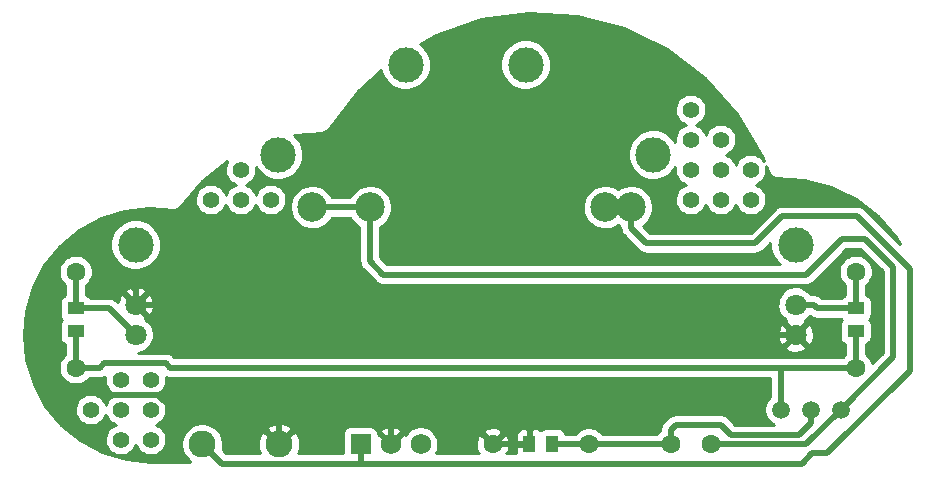
<source format=gtl>
G04 #@! TF.FileFunction,Copper,L1,Top,Signal*
%FSLAX46Y46*%
G04 Gerber Fmt 4.6, Leading zero omitted, Abs format (unit mm)*
G04 Created by KiCad (PCBNEW 4.0.7-e2-6376~58~ubuntu16.04.1) date Wed Oct 18 15:21:10 2017*
%MOMM*%
%LPD*%
G01*
G04 APERTURE LIST*
%ADD10C,0.101600*%
%ADD11R,1.450000X1.000000*%
%ADD12C,1.600000*%
%ADD13C,3.000000*%
%ADD14R,1.000000X1.450000*%
%ADD15C,2.286000*%
%ADD16C,1.400000*%
%ADD17C,1.520000*%
%ADD18R,1.727200X1.727200*%
%ADD19C,1.727200*%
%ADD20C,2.500000*%
%ADD21C,1.800000*%
%ADD22C,0.508000*%
%ADD23C,0.254000*%
G04 APERTURE END LIST*
D10*
D11*
X19050000Y-87950000D03*
X19050000Y-89850000D03*
D12*
X19050000Y-84836000D03*
X19050000Y-92964000D03*
D11*
X85090000Y-87950000D03*
X85090000Y-89850000D03*
D12*
X85090000Y-84836000D03*
X85090000Y-92964000D03*
D13*
X67945000Y-74930000D03*
X46990000Y-67310000D03*
X24130000Y-82550000D03*
X57150000Y-67310000D03*
X36195000Y-74930000D03*
X80010000Y-82550000D03*
D14*
X59370000Y-99441000D03*
X57470000Y-99441000D03*
D12*
X62484000Y-99441000D03*
X54356000Y-99441000D03*
D15*
X29768800Y-99441000D03*
X36271200Y-99441000D03*
D16*
X25400000Y-99060000D03*
X25400000Y-96520000D03*
X25400000Y-93980000D03*
X22860000Y-93980000D03*
X22860000Y-96520000D03*
X22860000Y-99060000D03*
X20320000Y-96520000D03*
X30480000Y-78740000D03*
X33020000Y-78740000D03*
X35560000Y-78740000D03*
X33020000Y-76200000D03*
X73660000Y-78740000D03*
X71120000Y-78740000D03*
X76200000Y-78740000D03*
X73660000Y-76200000D03*
X71120000Y-76200000D03*
X71120000Y-73660000D03*
X73660000Y-73660000D03*
X76200000Y-76200000D03*
X71120000Y-71120000D03*
D17*
X81280000Y-96520000D03*
X83820000Y-96520000D03*
X78740000Y-96520000D03*
D12*
X69418200Y-99441000D03*
X72821800Y-99441000D03*
D18*
X43180000Y-99441000D03*
D19*
X45720000Y-99441000D03*
X48260000Y-99441000D03*
D20*
X43970000Y-79375000D03*
X63870000Y-79375000D03*
X66070000Y-79375000D03*
X39070000Y-79375000D03*
D21*
X24130000Y-87630000D03*
X24130000Y-90170000D03*
X80010000Y-90170000D03*
X80010000Y-87630000D03*
D22*
X43970000Y-79375000D02*
X43970000Y-83975000D01*
X43970000Y-83975000D02*
X45085000Y-85090000D01*
X85852000Y-82042000D02*
X88265000Y-84455000D01*
X45085000Y-85090000D02*
X80899000Y-85090000D01*
X80899000Y-85090000D02*
X83947000Y-82042000D01*
X83947000Y-82042000D02*
X85852000Y-82042000D01*
X88265000Y-84455000D02*
X88265000Y-92075000D01*
X88265000Y-92075000D02*
X83820000Y-96520000D01*
X72821800Y-99441000D02*
X80899000Y-99441000D01*
X80899000Y-99441000D02*
X83820000Y-96520000D01*
X39070000Y-79375000D02*
X43970000Y-79375000D01*
X43180000Y-101092000D02*
X80518000Y-101092000D01*
X80518000Y-101092000D02*
X81407000Y-100203000D01*
X76581000Y-82423000D02*
X67350234Y-82423000D01*
X81407000Y-100203000D02*
X82677000Y-100203000D01*
X82677000Y-100203000D02*
X89662000Y-93218000D01*
X67350234Y-82423000D02*
X66070000Y-81142766D01*
X66070000Y-81142766D02*
X66070000Y-79375000D01*
X89662000Y-93218000D02*
X89662000Y-84582000D01*
X89662000Y-84582000D02*
X85217000Y-80137000D01*
X85217000Y-80137000D02*
X78867000Y-80137000D01*
X78867000Y-80137000D02*
X76581000Y-82423000D01*
X43180000Y-99441000D02*
X43180000Y-101092000D01*
X29768800Y-99441000D02*
X31419800Y-101092000D01*
X31419800Y-101092000D02*
X43180000Y-101092000D01*
X63870000Y-79375000D02*
X66070000Y-79375000D01*
X24130000Y-87630000D02*
X24130000Y-86357208D01*
X24130000Y-86357208D02*
X20957792Y-83185000D01*
X20957792Y-83185000D02*
X18161000Y-83185000D01*
X18161000Y-83185000D02*
X16764000Y-84582000D01*
X16764000Y-84582000D02*
X16764000Y-93472000D01*
X16764000Y-93472000D02*
X17780000Y-94488000D01*
X17780000Y-94488000D02*
X20828000Y-94488000D01*
X20828000Y-94488000D02*
X21590000Y-95250000D01*
X21590000Y-95250000D02*
X26035000Y-95250000D01*
X26035000Y-95250000D02*
X27940000Y-97155000D01*
X27940000Y-97155000D02*
X36322000Y-97155000D01*
X24130000Y-87630000D02*
X59436000Y-87630000D01*
X59436000Y-87630000D02*
X61976000Y-90170000D01*
X61976000Y-90170000D02*
X80010000Y-90170000D01*
X45720000Y-97155000D02*
X36322000Y-97155000D01*
X36271200Y-99441000D02*
X36271200Y-97205800D01*
X36271200Y-97205800D02*
X36322000Y-97155000D01*
X45720000Y-97155000D02*
X52070000Y-97155000D01*
X52070000Y-97155000D02*
X54356000Y-99441000D01*
X57470000Y-99441000D02*
X54356000Y-99441000D01*
X45720000Y-99441000D02*
X45720000Y-97155000D01*
X19050000Y-84836000D02*
X19050000Y-87950000D01*
X19050000Y-87950000D02*
X21910000Y-87950000D01*
X21910000Y-87950000D02*
X24130000Y-90170000D01*
X85090000Y-87950000D02*
X81854000Y-87950000D01*
X81854000Y-87950000D02*
X81534000Y-87630000D01*
X81534000Y-87630000D02*
X80010000Y-87630000D01*
X85090000Y-84836000D02*
X85090000Y-87950000D01*
X81280000Y-96520000D02*
X81280000Y-97663000D01*
X81280000Y-97663000D02*
X80264000Y-98679000D01*
X80264000Y-98679000D02*
X74549000Y-98679000D01*
X74549000Y-98679000D02*
X73660000Y-97790000D01*
X73660000Y-97790000D02*
X69850000Y-97790000D01*
X69850000Y-97790000D02*
X69418200Y-98221800D01*
X69418200Y-98221800D02*
X69418200Y-99441000D01*
X62484000Y-99441000D02*
X69418200Y-99441000D01*
X59370000Y-99441000D02*
X62484000Y-99441000D01*
X78740000Y-92964000D02*
X27051000Y-92964000D01*
X27051000Y-92964000D02*
X26670000Y-92583000D01*
X26670000Y-92583000D02*
X21463000Y-92583000D01*
X21463000Y-92583000D02*
X21082000Y-92964000D01*
X21082000Y-92964000D02*
X19050000Y-92964000D01*
X19050000Y-92964000D02*
X19050000Y-89850000D01*
X85090000Y-92964000D02*
X78740000Y-92964000D01*
X78740000Y-96520000D02*
X78740000Y-92964000D01*
X85090000Y-92964000D02*
X85090000Y-89850000D01*
D23*
G36*
X61495416Y-63185159D02*
X65440004Y-64224834D01*
X69107527Y-66010883D01*
X72358285Y-68475271D01*
X75068473Y-71524144D01*
X77145546Y-75059571D01*
X77317161Y-75468963D01*
X77239556Y-75352159D01*
X77055078Y-75166388D01*
X76838030Y-75019988D01*
X76596680Y-74918533D01*
X76340221Y-74865890D01*
X76078420Y-74864062D01*
X75821251Y-74913120D01*
X75578507Y-75011194D01*
X75359437Y-75154550D01*
X75172383Y-75337727D01*
X75024471Y-75553747D01*
X74929233Y-75775952D01*
X74844438Y-75570223D01*
X74699556Y-75352159D01*
X74515078Y-75166388D01*
X74298030Y-75019988D01*
X74080895Y-74928712D01*
X74264834Y-74857367D01*
X74485885Y-74717084D01*
X74675478Y-74536537D01*
X74826392Y-74322603D01*
X74932878Y-74083430D01*
X74990881Y-73828129D01*
X74995057Y-73529097D01*
X74944205Y-73272276D01*
X74844438Y-73030223D01*
X74699556Y-72812159D01*
X74515078Y-72626388D01*
X74298030Y-72479988D01*
X74056680Y-72378533D01*
X73800221Y-72325890D01*
X73538420Y-72324062D01*
X73281251Y-72373120D01*
X73038507Y-72471194D01*
X72819437Y-72614550D01*
X72632383Y-72797727D01*
X72484471Y-73013747D01*
X72389233Y-73235952D01*
X72304438Y-73030223D01*
X72159556Y-72812159D01*
X71975078Y-72626388D01*
X71758030Y-72479988D01*
X71540895Y-72388712D01*
X71724834Y-72317367D01*
X71945885Y-72177084D01*
X72135478Y-71996537D01*
X72286392Y-71782603D01*
X72392878Y-71543430D01*
X72450881Y-71288129D01*
X72455057Y-70989097D01*
X72404205Y-70732276D01*
X72304438Y-70490223D01*
X72159556Y-70272159D01*
X71975078Y-70086388D01*
X71758030Y-69939988D01*
X71516680Y-69838533D01*
X71260221Y-69785890D01*
X70998420Y-69784062D01*
X70741251Y-69833120D01*
X70498507Y-69931194D01*
X70279437Y-70074550D01*
X70092383Y-70257727D01*
X69944471Y-70473747D01*
X69841334Y-70714383D01*
X69786901Y-70970469D01*
X69783246Y-71232250D01*
X69830507Y-71489756D01*
X69926884Y-71733178D01*
X70068707Y-71953244D01*
X70250574Y-72141572D01*
X70465556Y-72290989D01*
X70695685Y-72391530D01*
X70498507Y-72471194D01*
X70279437Y-72614550D01*
X70092383Y-72797727D01*
X69944471Y-73013747D01*
X69841334Y-73254383D01*
X69786901Y-73510469D01*
X69783246Y-73772250D01*
X69800069Y-73863911D01*
X69607512Y-73574089D01*
X69312485Y-73276995D01*
X68965371Y-73042864D01*
X68579391Y-72880613D01*
X68169248Y-72796422D01*
X67750563Y-72793499D01*
X67339284Y-72871955D01*
X66951077Y-73028801D01*
X66600728Y-73258063D01*
X66301582Y-73551008D01*
X66065033Y-73896479D01*
X65900091Y-74281317D01*
X65813040Y-74690862D01*
X65807194Y-75109517D01*
X65882776Y-75521333D01*
X66036908Y-75910626D01*
X66263719Y-76262567D01*
X66554569Y-76563751D01*
X66898380Y-76802706D01*
X67282057Y-76970330D01*
X67690984Y-77060239D01*
X68109588Y-77069007D01*
X68521922Y-76996302D01*
X68912281Y-76844891D01*
X69265797Y-76620543D01*
X69569004Y-76331803D01*
X69795284Y-76011031D01*
X69786901Y-76050469D01*
X69783246Y-76312250D01*
X69830507Y-76569756D01*
X69926884Y-76813178D01*
X70068707Y-77033244D01*
X70250574Y-77221572D01*
X70465556Y-77370989D01*
X70695685Y-77471530D01*
X70498507Y-77551194D01*
X70279437Y-77694550D01*
X70092383Y-77877727D01*
X69944471Y-78093747D01*
X69841334Y-78334383D01*
X69786901Y-78590469D01*
X69783246Y-78852250D01*
X69830507Y-79109756D01*
X69926884Y-79353178D01*
X70068707Y-79573244D01*
X70250574Y-79761572D01*
X70465556Y-79910989D01*
X70705466Y-80015803D01*
X70961166Y-80072023D01*
X71222915Y-80077505D01*
X71480745Y-80032043D01*
X71724834Y-79937367D01*
X71945885Y-79797084D01*
X72135478Y-79616537D01*
X72286392Y-79402603D01*
X72392285Y-79164762D01*
X72466884Y-79353178D01*
X72608707Y-79573244D01*
X72790574Y-79761572D01*
X73005556Y-79910989D01*
X73245466Y-80015803D01*
X73501166Y-80072023D01*
X73762915Y-80077505D01*
X74020745Y-80032043D01*
X74264834Y-79937367D01*
X74485885Y-79797084D01*
X74675478Y-79616537D01*
X74826392Y-79402603D01*
X74932285Y-79164762D01*
X75006884Y-79353178D01*
X75148707Y-79573244D01*
X75330574Y-79761572D01*
X75545556Y-79910989D01*
X75785466Y-80015803D01*
X76041166Y-80072023D01*
X76302915Y-80077505D01*
X76560745Y-80032043D01*
X76804834Y-79937367D01*
X77025885Y-79797084D01*
X77215478Y-79616537D01*
X77366392Y-79402603D01*
X77472878Y-79163430D01*
X77530881Y-78908129D01*
X77535057Y-78609097D01*
X77484205Y-78352276D01*
X77384438Y-78110223D01*
X77239556Y-77892159D01*
X77055078Y-77706388D01*
X76838030Y-77559988D01*
X76620895Y-77468712D01*
X76804834Y-77397367D01*
X77025885Y-77257084D01*
X77215478Y-77076537D01*
X77366392Y-76862603D01*
X77472878Y-76623430D01*
X77530881Y-76368129D01*
X77535057Y-76069097D01*
X77504910Y-75916846D01*
X77736895Y-76470252D01*
X77755435Y-76504622D01*
X77771124Y-76540404D01*
X77787103Y-76563329D01*
X77800364Y-76587914D01*
X77825230Y-76618033D01*
X77847567Y-76650081D01*
X77867690Y-76669463D01*
X77885477Y-76691007D01*
X77915718Y-76715721D01*
X77943857Y-76742823D01*
X77967368Y-76757930D01*
X77988995Y-76775605D01*
X78023460Y-76793974D01*
X78056327Y-76815094D01*
X78082320Y-76825346D01*
X78106972Y-76838485D01*
X78144349Y-76849810D01*
X78180691Y-76864144D01*
X78208179Y-76869151D01*
X78234917Y-76877253D01*
X78273791Y-76881103D01*
X78312216Y-76888103D01*
X78321753Y-76888825D01*
X80727539Y-77053862D01*
X82990615Y-77665519D01*
X85091782Y-78705092D01*
X86951019Y-80132990D01*
X88497492Y-81894814D01*
X88862722Y-82525486D01*
X85845618Y-79508382D01*
X85782173Y-79456268D01*
X85719256Y-79403474D01*
X85715158Y-79401221D01*
X85711547Y-79398255D01*
X85639175Y-79359449D01*
X85567214Y-79319889D01*
X85562760Y-79318476D01*
X85558638Y-79316266D01*
X85480083Y-79292249D01*
X85401833Y-79267427D01*
X85397188Y-79266906D01*
X85392717Y-79265539D01*
X85311020Y-79257241D01*
X85229412Y-79248087D01*
X85220270Y-79248023D01*
X85220103Y-79248006D01*
X85219948Y-79248021D01*
X85217000Y-79248000D01*
X78867000Y-79248000D01*
X78785296Y-79256011D01*
X78703467Y-79263170D01*
X78698975Y-79264475D01*
X78694326Y-79264931D01*
X78615716Y-79288665D01*
X78536854Y-79311577D01*
X78532707Y-79313727D01*
X78528228Y-79315079D01*
X78455652Y-79353668D01*
X78382816Y-79391423D01*
X78379167Y-79394336D01*
X78375035Y-79396533D01*
X78311362Y-79448464D01*
X78247220Y-79499667D01*
X78240712Y-79506084D01*
X78240580Y-79506192D01*
X78240479Y-79506315D01*
X78238382Y-79508382D01*
X76212764Y-81534000D01*
X67718470Y-81534000D01*
X67123524Y-80939054D01*
X67236137Y-80867588D01*
X67503840Y-80612658D01*
X67716929Y-80310586D01*
X67867286Y-79972877D01*
X67949185Y-79612396D01*
X67955081Y-79190166D01*
X67883279Y-78827539D01*
X67742410Y-78485764D01*
X67537839Y-78177860D01*
X67277358Y-77915555D01*
X66970890Y-77708839D01*
X66630107Y-77565587D01*
X66267990Y-77491255D01*
X65898331Y-77488674D01*
X65535211Y-77557943D01*
X65192461Y-77696423D01*
X64969140Y-77842561D01*
X64770890Y-77708839D01*
X64430107Y-77565587D01*
X64067990Y-77491255D01*
X63698331Y-77488674D01*
X63335211Y-77557943D01*
X62992461Y-77696423D01*
X62683137Y-77898840D01*
X62419019Y-78157482D01*
X62210169Y-78462500D01*
X62064542Y-78802275D01*
X61987683Y-79163864D01*
X61982522Y-79533496D01*
X62049254Y-79897091D01*
X62185338Y-80240799D01*
X62385590Y-80551529D01*
X62642382Y-80817446D01*
X62945935Y-81028420D01*
X63284684Y-81176416D01*
X63645729Y-81255797D01*
X64015315Y-81263539D01*
X64379367Y-81199346D01*
X64724017Y-81065666D01*
X64972570Y-80907929D01*
X65145935Y-81028420D01*
X65181000Y-81043740D01*
X65181000Y-81142766D01*
X65189011Y-81224470D01*
X65196170Y-81306299D01*
X65197475Y-81310791D01*
X65197931Y-81315440D01*
X65221665Y-81394050D01*
X65244577Y-81472912D01*
X65246727Y-81477060D01*
X65248079Y-81481538D01*
X65286647Y-81554075D01*
X65324422Y-81626950D01*
X65327338Y-81630603D01*
X65329533Y-81634731D01*
X65381442Y-81698377D01*
X65432667Y-81762546D01*
X65439084Y-81769054D01*
X65439192Y-81769186D01*
X65439315Y-81769287D01*
X65441382Y-81771384D01*
X66721616Y-83051618D01*
X66785061Y-83103732D01*
X66847978Y-83156526D01*
X66852076Y-83158779D01*
X66855687Y-83161745D01*
X66928059Y-83200551D01*
X67000020Y-83240111D01*
X67004474Y-83241524D01*
X67008596Y-83243734D01*
X67087163Y-83267755D01*
X67165401Y-83292573D01*
X67170044Y-83293094D01*
X67174516Y-83294461D01*
X67256219Y-83302760D01*
X67337822Y-83311913D01*
X67346964Y-83311977D01*
X67347131Y-83311994D01*
X67347286Y-83311979D01*
X67350234Y-83312000D01*
X76581000Y-83312000D01*
X76662704Y-83303989D01*
X76744533Y-83296830D01*
X76749025Y-83295525D01*
X76753674Y-83295069D01*
X76832284Y-83271335D01*
X76911146Y-83248423D01*
X76915294Y-83246273D01*
X76919772Y-83244921D01*
X76992309Y-83206353D01*
X77065184Y-83168578D01*
X77068837Y-83165662D01*
X77072965Y-83163467D01*
X77136611Y-83111558D01*
X77200780Y-83060333D01*
X77207288Y-83053916D01*
X77207420Y-83053808D01*
X77207521Y-83053685D01*
X77209618Y-83051618D01*
X77877016Y-82384220D01*
X77872194Y-82729517D01*
X77947776Y-83141333D01*
X78101908Y-83530626D01*
X78328719Y-83882567D01*
X78619569Y-84183751D01*
X78644387Y-84201000D01*
X45453236Y-84201000D01*
X44859000Y-83606764D01*
X44859000Y-81043465D01*
X45136137Y-80867588D01*
X45403840Y-80612658D01*
X45616929Y-80310586D01*
X45767286Y-79972877D01*
X45849185Y-79612396D01*
X45855081Y-79190166D01*
X45783279Y-78827539D01*
X45642410Y-78485764D01*
X45437839Y-78177860D01*
X45177358Y-77915555D01*
X44870890Y-77708839D01*
X44530107Y-77565587D01*
X44167990Y-77491255D01*
X43798331Y-77488674D01*
X43435211Y-77557943D01*
X43092461Y-77696423D01*
X42783137Y-77898840D01*
X42519019Y-78157482D01*
X42310169Y-78462500D01*
X42300097Y-78486000D01*
X40742507Y-78486000D01*
X40742410Y-78485764D01*
X40537839Y-78177860D01*
X40277358Y-77915555D01*
X39970890Y-77708839D01*
X39630107Y-77565587D01*
X39267990Y-77491255D01*
X38898331Y-77488674D01*
X38535211Y-77557943D01*
X38192461Y-77696423D01*
X37883137Y-77898840D01*
X37619019Y-78157482D01*
X37410169Y-78462500D01*
X37264542Y-78802275D01*
X37187683Y-79163864D01*
X37182522Y-79533496D01*
X37249254Y-79897091D01*
X37385338Y-80240799D01*
X37585590Y-80551529D01*
X37842382Y-80817446D01*
X38145935Y-81028420D01*
X38484684Y-81176416D01*
X38845729Y-81255797D01*
X39215315Y-81263539D01*
X39579367Y-81199346D01*
X39924017Y-81065666D01*
X40236137Y-80867588D01*
X40503840Y-80612658D01*
X40716929Y-80310586D01*
X40737670Y-80264000D01*
X42300290Y-80264000D01*
X42485590Y-80551529D01*
X42742382Y-80817446D01*
X43045935Y-81028420D01*
X43081000Y-81043740D01*
X43081000Y-83975000D01*
X43089011Y-84056704D01*
X43096170Y-84138533D01*
X43097475Y-84143025D01*
X43097931Y-84147674D01*
X43121665Y-84226284D01*
X43144577Y-84305146D01*
X43146727Y-84309294D01*
X43148079Y-84313772D01*
X43186647Y-84386309D01*
X43224422Y-84459184D01*
X43227338Y-84462837D01*
X43229533Y-84466965D01*
X43281442Y-84530611D01*
X43332667Y-84594780D01*
X43339084Y-84601288D01*
X43339192Y-84601420D01*
X43339315Y-84601521D01*
X43341382Y-84603618D01*
X44456382Y-85718618D01*
X44519827Y-85770732D01*
X44582744Y-85823526D01*
X44586842Y-85825779D01*
X44590453Y-85828745D01*
X44662825Y-85867551D01*
X44734786Y-85907111D01*
X44739240Y-85908524D01*
X44743362Y-85910734D01*
X44821929Y-85934755D01*
X44900167Y-85959573D01*
X44904810Y-85960094D01*
X44909282Y-85961461D01*
X44990985Y-85969760D01*
X45072588Y-85978913D01*
X45081730Y-85978977D01*
X45081897Y-85978994D01*
X45082052Y-85978979D01*
X45085000Y-85979000D01*
X80899000Y-85979000D01*
X80980704Y-85970989D01*
X81062533Y-85963830D01*
X81067025Y-85962525D01*
X81071674Y-85962069D01*
X81150284Y-85938335D01*
X81229146Y-85915423D01*
X81233294Y-85913273D01*
X81237772Y-85911921D01*
X81310309Y-85873353D01*
X81383184Y-85835578D01*
X81386837Y-85832662D01*
X81390965Y-85830467D01*
X81454611Y-85778558D01*
X81518780Y-85727333D01*
X81525288Y-85720916D01*
X81525420Y-85720808D01*
X81525521Y-85720685D01*
X81527618Y-85718618D01*
X84315236Y-82931000D01*
X85483764Y-82931000D01*
X87376000Y-84823236D01*
X87376000Y-91706764D01*
X86481165Y-92601599D01*
X86470400Y-92547233D01*
X86363160Y-92287049D01*
X86207426Y-92052650D01*
X86009129Y-91852964D01*
X85979000Y-91832642D01*
X85979000Y-90960536D01*
X86087634Y-90926894D01*
X86237559Y-90828100D01*
X86354025Y-90691450D01*
X86427810Y-90527763D01*
X86453072Y-90350000D01*
X86453072Y-89350000D01*
X86445008Y-89248879D01*
X86391894Y-89077366D01*
X86293100Y-88927441D01*
X86261254Y-88900299D01*
X86354025Y-88791450D01*
X86427810Y-88627763D01*
X86453072Y-88450000D01*
X86453072Y-87450000D01*
X86445008Y-87348879D01*
X86391894Y-87177366D01*
X86293100Y-87027441D01*
X86156450Y-86910975D01*
X85992763Y-86837190D01*
X85979000Y-86835234D01*
X85979000Y-85971076D01*
X86181544Y-85778195D01*
X86343762Y-85548236D01*
X86458225Y-85291148D01*
X86520573Y-85016723D01*
X86525061Y-84695291D01*
X86470400Y-84419233D01*
X86363160Y-84159049D01*
X86207426Y-83924650D01*
X86009129Y-83724964D01*
X85775823Y-83567597D01*
X85516394Y-83458543D01*
X85240724Y-83401956D01*
X84959313Y-83399991D01*
X84682880Y-83452724D01*
X84421954Y-83558145D01*
X84186473Y-83712239D01*
X83985408Y-83909137D01*
X83826416Y-84141339D01*
X83715553Y-84400000D01*
X83657043Y-84675268D01*
X83653114Y-84956659D01*
X83703915Y-85233453D01*
X83807512Y-85495109D01*
X83959959Y-85731660D01*
X84155448Y-85934095D01*
X84201000Y-85965754D01*
X84201000Y-86839464D01*
X84092366Y-86873106D01*
X83942441Y-86971900D01*
X83866502Y-87061000D01*
X82222236Y-87061000D01*
X82162618Y-87001382D01*
X82099173Y-86949268D01*
X82036256Y-86896474D01*
X82032158Y-86894221D01*
X82028547Y-86891255D01*
X81956175Y-86852449D01*
X81884214Y-86812889D01*
X81879760Y-86811476D01*
X81875638Y-86809266D01*
X81797083Y-86785249D01*
X81718833Y-86760427D01*
X81714188Y-86759906D01*
X81709717Y-86758539D01*
X81628020Y-86750241D01*
X81546412Y-86741087D01*
X81537270Y-86741023D01*
X81537103Y-86741006D01*
X81536948Y-86741021D01*
X81534000Y-86741000D01*
X81262340Y-86741000D01*
X81205295Y-86655141D01*
X80993180Y-86441540D01*
X80743616Y-86273206D01*
X80466108Y-86156553D01*
X80171228Y-86096023D01*
X79870206Y-86093921D01*
X79574509Y-86150328D01*
X79295400Y-86263096D01*
X79043509Y-86427928D01*
X78828432Y-86638547D01*
X78658361Y-86886930D01*
X78539773Y-87163617D01*
X78477186Y-87458067D01*
X78472983Y-87759067D01*
X78527324Y-88055150D01*
X78638140Y-88335040D01*
X78801210Y-88588075D01*
X79010322Y-88804617D01*
X79184798Y-88925882D01*
X79125525Y-89105920D01*
X80010000Y-89990395D01*
X80894475Y-89105920D01*
X80834799Y-88924658D01*
X80959613Y-88845449D01*
X81177610Y-88637854D01*
X81221872Y-88575108D01*
X81225382Y-88578618D01*
X81288827Y-88630732D01*
X81351744Y-88683526D01*
X81355842Y-88685779D01*
X81359453Y-88688745D01*
X81431825Y-88727551D01*
X81503786Y-88767111D01*
X81508240Y-88768524D01*
X81512362Y-88770734D01*
X81590929Y-88794755D01*
X81669167Y-88819573D01*
X81673810Y-88820094D01*
X81678282Y-88821461D01*
X81759985Y-88829760D01*
X81841588Y-88838913D01*
X81850730Y-88838977D01*
X81850897Y-88838994D01*
X81851052Y-88838979D01*
X81854000Y-88839000D01*
X83864786Y-88839000D01*
X83886900Y-88872559D01*
X83918746Y-88899701D01*
X83825975Y-89008550D01*
X83752190Y-89172237D01*
X83726928Y-89350000D01*
X83726928Y-90350000D01*
X83734992Y-90451121D01*
X83788106Y-90622634D01*
X83886900Y-90772559D01*
X84023550Y-90889025D01*
X84187237Y-90962810D01*
X84201000Y-90964766D01*
X84201000Y-91830733D01*
X84186473Y-91840239D01*
X83985408Y-92037137D01*
X83959483Y-92075000D01*
X27419236Y-92075000D01*
X27298618Y-91954382D01*
X27235173Y-91902268D01*
X27172256Y-91849474D01*
X27168158Y-91847221D01*
X27164547Y-91844255D01*
X27092175Y-91805449D01*
X27020214Y-91765889D01*
X27015760Y-91764476D01*
X27011638Y-91762266D01*
X26933083Y-91738249D01*
X26854833Y-91713427D01*
X26850188Y-91712906D01*
X26845717Y-91711539D01*
X26764020Y-91703241D01*
X26682412Y-91694087D01*
X26673270Y-91694023D01*
X26673103Y-91694006D01*
X26672948Y-91694021D01*
X26670000Y-91694000D01*
X24327057Y-91694000D01*
X24544789Y-91655608D01*
X24825446Y-91546748D01*
X25079613Y-91385449D01*
X25238566Y-91234080D01*
X79125525Y-91234080D01*
X79209208Y-91488261D01*
X79481775Y-91619158D01*
X79774642Y-91694365D01*
X80076553Y-91710991D01*
X80375907Y-91668397D01*
X80661199Y-91568222D01*
X80810792Y-91488261D01*
X80894475Y-91234080D01*
X80010000Y-90349605D01*
X79125525Y-91234080D01*
X25238566Y-91234080D01*
X25297610Y-91177854D01*
X25471132Y-90931869D01*
X25593572Y-90656866D01*
X25660265Y-90363317D01*
X25662035Y-90236553D01*
X78469009Y-90236553D01*
X78511603Y-90535907D01*
X78611778Y-90821199D01*
X78691739Y-90970792D01*
X78945920Y-91054475D01*
X79830395Y-90170000D01*
X80189605Y-90170000D01*
X81074080Y-91054475D01*
X81328261Y-90970792D01*
X81459158Y-90698225D01*
X81534365Y-90405358D01*
X81550991Y-90103447D01*
X81508397Y-89804093D01*
X81408222Y-89518801D01*
X81328261Y-89369208D01*
X81074080Y-89285525D01*
X80189605Y-90170000D01*
X79830395Y-90170000D01*
X78945920Y-89285525D01*
X78691739Y-89369208D01*
X78560842Y-89641775D01*
X78485635Y-89934642D01*
X78469009Y-90236553D01*
X25662035Y-90236553D01*
X25665066Y-90019486D01*
X25606595Y-89724190D01*
X25491882Y-89445874D01*
X25325295Y-89195141D01*
X25113180Y-88981540D01*
X24954969Y-88874825D01*
X25014475Y-88694080D01*
X24130000Y-87809605D01*
X24115858Y-87823748D01*
X23936253Y-87644143D01*
X23950395Y-87630000D01*
X24309605Y-87630000D01*
X25194080Y-88514475D01*
X25448261Y-88430792D01*
X25579158Y-88158225D01*
X25654365Y-87865358D01*
X25670991Y-87563447D01*
X25628397Y-87264093D01*
X25528222Y-86978801D01*
X25448261Y-86829208D01*
X25194080Y-86745525D01*
X24309605Y-87630000D01*
X23950395Y-87630000D01*
X23065920Y-86745525D01*
X22811739Y-86829208D01*
X22680842Y-87101775D01*
X22606911Y-87389675D01*
X22538618Y-87321382D01*
X22475173Y-87269268D01*
X22412256Y-87216474D01*
X22408158Y-87214221D01*
X22404547Y-87211255D01*
X22332175Y-87172449D01*
X22260214Y-87132889D01*
X22255760Y-87131476D01*
X22251638Y-87129266D01*
X22173083Y-87105249D01*
X22094833Y-87080427D01*
X22090188Y-87079906D01*
X22085717Y-87078539D01*
X22004020Y-87070241D01*
X21922412Y-87061087D01*
X21913270Y-87061023D01*
X21913103Y-87061006D01*
X21912948Y-87061021D01*
X21910000Y-87061000D01*
X20275214Y-87061000D01*
X20253100Y-87027441D01*
X20116450Y-86910975D01*
X19952763Y-86837190D01*
X19939000Y-86835234D01*
X19939000Y-86565920D01*
X23245525Y-86565920D01*
X24130000Y-87450395D01*
X25014475Y-86565920D01*
X24930792Y-86311739D01*
X24658225Y-86180842D01*
X24365358Y-86105635D01*
X24063447Y-86089009D01*
X23764093Y-86131603D01*
X23478801Y-86231778D01*
X23329208Y-86311739D01*
X23245525Y-86565920D01*
X19939000Y-86565920D01*
X19939000Y-85971076D01*
X20141544Y-85778195D01*
X20303762Y-85548236D01*
X20418225Y-85291148D01*
X20480573Y-85016723D01*
X20485061Y-84695291D01*
X20430400Y-84419233D01*
X20323160Y-84159049D01*
X20167426Y-83924650D01*
X19969129Y-83724964D01*
X19735823Y-83567597D01*
X19476394Y-83458543D01*
X19200724Y-83401956D01*
X18919313Y-83399991D01*
X18642880Y-83452724D01*
X18381954Y-83558145D01*
X18146473Y-83712239D01*
X17945408Y-83909137D01*
X17786416Y-84141339D01*
X17675553Y-84400000D01*
X17617043Y-84675268D01*
X17613114Y-84956659D01*
X17663915Y-85233453D01*
X17767512Y-85495109D01*
X17919959Y-85731660D01*
X18115448Y-85934095D01*
X18161000Y-85965754D01*
X18161000Y-86839464D01*
X18052366Y-86873106D01*
X17902441Y-86971900D01*
X17785975Y-87108550D01*
X17712190Y-87272237D01*
X17686928Y-87450000D01*
X17686928Y-88450000D01*
X17694992Y-88551121D01*
X17748106Y-88722634D01*
X17846900Y-88872559D01*
X17878746Y-88899701D01*
X17785975Y-89008550D01*
X17712190Y-89172237D01*
X17686928Y-89350000D01*
X17686928Y-90350000D01*
X17694992Y-90451121D01*
X17748106Y-90622634D01*
X17846900Y-90772559D01*
X17983550Y-90889025D01*
X18147237Y-90962810D01*
X18161000Y-90964766D01*
X18161000Y-91830733D01*
X18146473Y-91840239D01*
X17945408Y-92037137D01*
X17786416Y-92269339D01*
X17675553Y-92528000D01*
X17617043Y-92803268D01*
X17613114Y-93084659D01*
X17663915Y-93361453D01*
X17767512Y-93623109D01*
X17919959Y-93859660D01*
X18115448Y-94062095D01*
X18346534Y-94222704D01*
X18604415Y-94335369D01*
X18879268Y-94395800D01*
X19160624Y-94401693D01*
X19437767Y-94352826D01*
X19700140Y-94251058D01*
X19937749Y-94100267D01*
X20141544Y-93906195D01*
X20179069Y-93853000D01*
X21082000Y-93853000D01*
X21163704Y-93844989D01*
X21245533Y-93837830D01*
X21250025Y-93836525D01*
X21254674Y-93836069D01*
X21333284Y-93812335D01*
X21412146Y-93789423D01*
X21416294Y-93787273D01*
X21420772Y-93785921D01*
X21493309Y-93747353D01*
X21550915Y-93717493D01*
X21526901Y-93830469D01*
X21523246Y-94092250D01*
X21570507Y-94349756D01*
X21666884Y-94593178D01*
X21808707Y-94813244D01*
X21990574Y-95001572D01*
X22205556Y-95150989D01*
X22435685Y-95251530D01*
X22238507Y-95331194D01*
X22019437Y-95474550D01*
X21832383Y-95657727D01*
X21684471Y-95873747D01*
X21589233Y-96095952D01*
X21504438Y-95890223D01*
X21359556Y-95672159D01*
X21175078Y-95486388D01*
X20958030Y-95339988D01*
X20716680Y-95238533D01*
X20460221Y-95185890D01*
X20198420Y-95184062D01*
X19941251Y-95233120D01*
X19698507Y-95331194D01*
X19479437Y-95474550D01*
X19292383Y-95657727D01*
X19144471Y-95873747D01*
X19041334Y-96114383D01*
X18986901Y-96370469D01*
X18983246Y-96632250D01*
X19030507Y-96889756D01*
X19126884Y-97133178D01*
X19268707Y-97353244D01*
X19450574Y-97541572D01*
X19665556Y-97690989D01*
X19905466Y-97795803D01*
X20161166Y-97852023D01*
X20422915Y-97857505D01*
X20680745Y-97812043D01*
X20924834Y-97717367D01*
X21145885Y-97577084D01*
X21335478Y-97396537D01*
X21486392Y-97182603D01*
X21592285Y-96944762D01*
X21666884Y-97133178D01*
X21808707Y-97353244D01*
X21990574Y-97541572D01*
X22205556Y-97690989D01*
X22435685Y-97791530D01*
X22238507Y-97871194D01*
X22019437Y-98014550D01*
X21832383Y-98197727D01*
X21684471Y-98413747D01*
X21581334Y-98654383D01*
X21526901Y-98910469D01*
X21523246Y-99172250D01*
X21570507Y-99429756D01*
X21666884Y-99673178D01*
X21808707Y-99893244D01*
X21990574Y-100081572D01*
X22205556Y-100230989D01*
X22445466Y-100335803D01*
X22701166Y-100392023D01*
X22962915Y-100397505D01*
X23220745Y-100352043D01*
X23464834Y-100257367D01*
X23685885Y-100117084D01*
X23875478Y-99936537D01*
X24026392Y-99722603D01*
X24132285Y-99484762D01*
X24206884Y-99673178D01*
X24348707Y-99893244D01*
X24530574Y-100081572D01*
X24745556Y-100230989D01*
X24985466Y-100335803D01*
X25241166Y-100392023D01*
X25502915Y-100397505D01*
X25760745Y-100352043D01*
X26004834Y-100257367D01*
X26225885Y-100117084D01*
X26415478Y-99936537D01*
X26566392Y-99722603D01*
X26672878Y-99483430D01*
X26730881Y-99228129D01*
X26735057Y-98929097D01*
X26684205Y-98672276D01*
X26584438Y-98430223D01*
X26439556Y-98212159D01*
X26255078Y-98026388D01*
X26038030Y-97879988D01*
X25820895Y-97788712D01*
X26004834Y-97717367D01*
X26225885Y-97577084D01*
X26415478Y-97396537D01*
X26566392Y-97182603D01*
X26672878Y-96943430D01*
X26730881Y-96688129D01*
X26735057Y-96389097D01*
X26684205Y-96132276D01*
X26584438Y-95890223D01*
X26439556Y-95672159D01*
X26255078Y-95486388D01*
X26038030Y-95339988D01*
X25820895Y-95248712D01*
X26004834Y-95177367D01*
X26225885Y-95037084D01*
X26415478Y-94856537D01*
X26566392Y-94642603D01*
X26672878Y-94403430D01*
X26730881Y-94148129D01*
X26735057Y-93849097D01*
X26723147Y-93788949D01*
X26787929Y-93808755D01*
X26866167Y-93833573D01*
X26870810Y-93834094D01*
X26875282Y-93835461D01*
X26956985Y-93843760D01*
X27038588Y-93852913D01*
X27047730Y-93852977D01*
X27047897Y-93852994D01*
X27048052Y-93852979D01*
X27051000Y-93853000D01*
X77851000Y-93853000D01*
X77851000Y-95438000D01*
X77666197Y-95618972D01*
X77511637Y-95844702D01*
X77403865Y-96096153D01*
X77346986Y-96363748D01*
X77343166Y-96637295D01*
X77392551Y-96906375D01*
X77493261Y-97160737D01*
X77641458Y-97390694D01*
X77831498Y-97587486D01*
X78056143Y-97743619D01*
X78162306Y-97790000D01*
X74917236Y-97790000D01*
X74288618Y-97161382D01*
X74225173Y-97109268D01*
X74162256Y-97056474D01*
X74158158Y-97054221D01*
X74154547Y-97051255D01*
X74082175Y-97012449D01*
X74010214Y-96972889D01*
X74005760Y-96971476D01*
X74001638Y-96969266D01*
X73923083Y-96945249D01*
X73844833Y-96920427D01*
X73840188Y-96919906D01*
X73835717Y-96918539D01*
X73754020Y-96910241D01*
X73672412Y-96901087D01*
X73663270Y-96901023D01*
X73663103Y-96901006D01*
X73662948Y-96901021D01*
X73660000Y-96901000D01*
X69850000Y-96901000D01*
X69768296Y-96909011D01*
X69686467Y-96916170D01*
X69681975Y-96917475D01*
X69677326Y-96917931D01*
X69598716Y-96941665D01*
X69519854Y-96964577D01*
X69515706Y-96966727D01*
X69511228Y-96968079D01*
X69438672Y-97006657D01*
X69365815Y-97044423D01*
X69362164Y-97047338D01*
X69358035Y-97049533D01*
X69294383Y-97101446D01*
X69230220Y-97152667D01*
X69223712Y-97159084D01*
X69223580Y-97159192D01*
X69223479Y-97159315D01*
X69221382Y-97161382D01*
X68789582Y-97593182D01*
X68737468Y-97656627D01*
X68684674Y-97719544D01*
X68682421Y-97723642D01*
X68679455Y-97727253D01*
X68640649Y-97799625D01*
X68601089Y-97871586D01*
X68599676Y-97876040D01*
X68597466Y-97880162D01*
X68573449Y-97958717D01*
X68548627Y-98036967D01*
X68548106Y-98041612D01*
X68546739Y-98046083D01*
X68538441Y-98127780D01*
X68529287Y-98209388D01*
X68529223Y-98218530D01*
X68529206Y-98218697D01*
X68529221Y-98218852D01*
X68529200Y-98221800D01*
X68529200Y-98307733D01*
X68514673Y-98317239D01*
X68313608Y-98514137D01*
X68287683Y-98552000D01*
X63616275Y-98552000D01*
X63601426Y-98529650D01*
X63403129Y-98329964D01*
X63169823Y-98172597D01*
X62910394Y-98063543D01*
X62634724Y-98006956D01*
X62353313Y-98004991D01*
X62076880Y-98057724D01*
X61815954Y-98163145D01*
X61580473Y-98317239D01*
X61379408Y-98514137D01*
X61353483Y-98552000D01*
X60480536Y-98552000D01*
X60446894Y-98443366D01*
X60348100Y-98293441D01*
X60211450Y-98176975D01*
X60047763Y-98103190D01*
X59870000Y-98077928D01*
X58870000Y-98077928D01*
X58768879Y-98085992D01*
X58597366Y-98139106D01*
X58447441Y-98237900D01*
X58420977Y-98268951D01*
X58374789Y-98222763D01*
X58270785Y-98153270D01*
X58155223Y-98105403D01*
X58032542Y-98081000D01*
X57755750Y-98081000D01*
X57597000Y-98239750D01*
X57597000Y-99314000D01*
X57617000Y-99314000D01*
X57617000Y-99568000D01*
X57597000Y-99568000D01*
X57597000Y-99588000D01*
X57343000Y-99588000D01*
X57343000Y-99568000D01*
X56493750Y-99568000D01*
X56335000Y-99726750D01*
X56335000Y-100203000D01*
X55522851Y-100203000D01*
X55592671Y-100182514D01*
X55713571Y-99927004D01*
X55782300Y-99652816D01*
X55796217Y-99370488D01*
X55754787Y-99090870D01*
X55659603Y-98824708D01*
X55592671Y-98699486D01*
X55435799Y-98653458D01*
X56335000Y-98653458D01*
X56335000Y-99155250D01*
X56493750Y-99314000D01*
X57343000Y-99314000D01*
X57343000Y-98239750D01*
X57184250Y-98081000D01*
X56907458Y-98081000D01*
X56784777Y-98105403D01*
X56669215Y-98153270D01*
X56565211Y-98222763D01*
X56476763Y-98311211D01*
X56407270Y-98415215D01*
X56359403Y-98530777D01*
X56335000Y-98653458D01*
X55435799Y-98653458D01*
X55348702Y-98627903D01*
X54535605Y-99441000D01*
X54549748Y-99455143D01*
X54370143Y-99634748D01*
X54356000Y-99620605D01*
X54341858Y-99634748D01*
X54162253Y-99455143D01*
X54176395Y-99441000D01*
X53363298Y-98627903D01*
X53119329Y-98699486D01*
X52998429Y-98954996D01*
X52929700Y-99229184D01*
X52915783Y-99511512D01*
X52957213Y-99791130D01*
X53052397Y-100057292D01*
X53119329Y-100182514D01*
X53189149Y-100203000D01*
X49556493Y-100203000D01*
X49569330Y-100184803D01*
X49688866Y-99916320D01*
X49753977Y-99629733D01*
X49758664Y-99294055D01*
X49701581Y-99005761D01*
X49589588Y-98734046D01*
X49426951Y-98489258D01*
X49386277Y-98448298D01*
X53542903Y-98448298D01*
X54356000Y-99261395D01*
X55169097Y-98448298D01*
X55097514Y-98204329D01*
X54842004Y-98083429D01*
X54567816Y-98014700D01*
X54285488Y-98000783D01*
X54005870Y-98042213D01*
X53739708Y-98137397D01*
X53614486Y-98204329D01*
X53542903Y-98448298D01*
X49386277Y-98448298D01*
X49219866Y-98280722D01*
X48976219Y-98116380D01*
X48705292Y-98002493D01*
X48417404Y-97943398D01*
X48123521Y-97941346D01*
X47834836Y-97996416D01*
X47562345Y-98106509D01*
X47316428Y-98267433D01*
X47106451Y-98473058D01*
X46982811Y-98653629D01*
X46758104Y-98582501D01*
X45899605Y-99441000D01*
X45913748Y-99455143D01*
X45734143Y-99634748D01*
X45720000Y-99620605D01*
X45705858Y-99634748D01*
X45526253Y-99455143D01*
X45540395Y-99441000D01*
X44681896Y-98582501D01*
X44681672Y-98582572D01*
X44681672Y-98577400D01*
X44673608Y-98476279D01*
X44650883Y-98402896D01*
X44861501Y-98402896D01*
X45720000Y-99261395D01*
X46578499Y-98402896D01*
X46499218Y-98152433D01*
X46232859Y-98025174D01*
X45946790Y-97952325D01*
X45652007Y-97936685D01*
X45359836Y-97978855D01*
X45081507Y-98077214D01*
X44940782Y-98152433D01*
X44861501Y-98402896D01*
X44650883Y-98402896D01*
X44620494Y-98304766D01*
X44521700Y-98154841D01*
X44385050Y-98038375D01*
X44221363Y-97964590D01*
X44043600Y-97939328D01*
X42316400Y-97939328D01*
X42215279Y-97947392D01*
X42043766Y-98000506D01*
X41893841Y-98099300D01*
X41777375Y-98235950D01*
X41703590Y-98399637D01*
X41678328Y-98577400D01*
X41678328Y-100203000D01*
X37877892Y-100203000D01*
X37942756Y-100071751D01*
X38033691Y-99733527D01*
X38056894Y-99384062D01*
X38011475Y-99036784D01*
X37899177Y-98705040D01*
X37787584Y-98496264D01*
X37508560Y-98383245D01*
X36450805Y-99441000D01*
X36464948Y-99455143D01*
X36285343Y-99634748D01*
X36271200Y-99620605D01*
X36257058Y-99634748D01*
X36077453Y-99455143D01*
X36091595Y-99441000D01*
X35033840Y-98383245D01*
X34754816Y-98496264D01*
X34599644Y-98810249D01*
X34508709Y-99148473D01*
X34485506Y-99497938D01*
X34530925Y-99845216D01*
X34643223Y-100176960D01*
X34657142Y-100203000D01*
X31788036Y-100203000D01*
X31487375Y-99902339D01*
X31541315Y-99664921D01*
X31546876Y-99266658D01*
X31479150Y-98924615D01*
X31346277Y-98602241D01*
X31153318Y-98311815D01*
X31045896Y-98203640D01*
X35213445Y-98203640D01*
X36271200Y-99261395D01*
X37328955Y-98203640D01*
X37215936Y-97924616D01*
X36901951Y-97769444D01*
X36563727Y-97678509D01*
X36214262Y-97655306D01*
X35866984Y-97700725D01*
X35535240Y-97813023D01*
X35326464Y-97924616D01*
X35213445Y-98203640D01*
X31045896Y-98203640D01*
X30907624Y-98064399D01*
X30618552Y-97869417D01*
X30297113Y-97734297D01*
X29955551Y-97664184D01*
X29606876Y-97661750D01*
X29264368Y-97727087D01*
X28941074Y-97857706D01*
X28649308Y-98048632D01*
X28400183Y-98292594D01*
X28203188Y-98580297D01*
X28065827Y-98900785D01*
X27993331Y-99241849D01*
X27988463Y-99590499D01*
X28051407Y-99933455D01*
X28179766Y-100257653D01*
X28368651Y-100550744D01*
X28610867Y-100801567D01*
X28774076Y-100915000D01*
X25433504Y-100915000D01*
X23313590Y-100707140D01*
X21306650Y-100101209D01*
X19455626Y-99117003D01*
X17831020Y-97792007D01*
X16494713Y-96176689D01*
X15497609Y-94332583D01*
X14877681Y-92329918D01*
X14658547Y-90244989D01*
X14848551Y-88157203D01*
X15440455Y-86146086D01*
X16411715Y-84288234D01*
X17664955Y-82729517D01*
X21992194Y-82729517D01*
X22067776Y-83141333D01*
X22221908Y-83530626D01*
X22448719Y-83882567D01*
X22739569Y-84183751D01*
X23083380Y-84422706D01*
X23467057Y-84590330D01*
X23875984Y-84680239D01*
X24294588Y-84689007D01*
X24706922Y-84616302D01*
X25097281Y-84464891D01*
X25450797Y-84240543D01*
X25754004Y-83951803D01*
X25995354Y-83609668D01*
X26165652Y-83227171D01*
X26258413Y-82818881D01*
X26265091Y-82340652D01*
X26183766Y-81929931D01*
X26024214Y-81542829D01*
X25792512Y-81194089D01*
X25497485Y-80896995D01*
X25150371Y-80662864D01*
X24764391Y-80500613D01*
X24354248Y-80416422D01*
X23935563Y-80413499D01*
X23524284Y-80491955D01*
X23136077Y-80648801D01*
X22785728Y-80878063D01*
X22486582Y-81171008D01*
X22250033Y-81516479D01*
X22085091Y-81901317D01*
X21998040Y-82310862D01*
X21992194Y-82729517D01*
X17664955Y-82729517D01*
X17725338Y-82654416D01*
X19331283Y-81306867D01*
X21168386Y-80296911D01*
X23166675Y-79663017D01*
X25251332Y-79429185D01*
X27322858Y-79595187D01*
X27373563Y-79594286D01*
X27424268Y-79595783D01*
X27440288Y-79593100D01*
X27456526Y-79592811D01*
X27506091Y-79582078D01*
X27556120Y-79573698D01*
X27571316Y-79567953D01*
X27587185Y-79564517D01*
X27633714Y-79544365D01*
X27681171Y-79526424D01*
X27694962Y-79517837D01*
X27709861Y-79511384D01*
X27751588Y-79482579D01*
X27794658Y-79455761D01*
X27806520Y-79444658D01*
X27819881Y-79435434D01*
X27855224Y-79399067D01*
X27892259Y-79364400D01*
X27898520Y-79357170D01*
X29786241Y-77146261D01*
X31894408Y-75480816D01*
X31844471Y-75553747D01*
X31741334Y-75794383D01*
X31686901Y-76050469D01*
X31683246Y-76312250D01*
X31730507Y-76569756D01*
X31826884Y-76813178D01*
X31968707Y-77033244D01*
X32150574Y-77221572D01*
X32365556Y-77370989D01*
X32595685Y-77471530D01*
X32398507Y-77551194D01*
X32179437Y-77694550D01*
X31992383Y-77877727D01*
X31844471Y-78093747D01*
X31749233Y-78315952D01*
X31664438Y-78110223D01*
X31519556Y-77892159D01*
X31335078Y-77706388D01*
X31118030Y-77559988D01*
X30876680Y-77458533D01*
X30620221Y-77405890D01*
X30358420Y-77404062D01*
X30101251Y-77453120D01*
X29858507Y-77551194D01*
X29639437Y-77694550D01*
X29452383Y-77877727D01*
X29304471Y-78093747D01*
X29201334Y-78334383D01*
X29146901Y-78590469D01*
X29143246Y-78852250D01*
X29190507Y-79109756D01*
X29286884Y-79353178D01*
X29428707Y-79573244D01*
X29610574Y-79761572D01*
X29825556Y-79910989D01*
X30065466Y-80015803D01*
X30321166Y-80072023D01*
X30582915Y-80077505D01*
X30840745Y-80032043D01*
X31084834Y-79937367D01*
X31305885Y-79797084D01*
X31495478Y-79616537D01*
X31646392Y-79402603D01*
X31752285Y-79164762D01*
X31826884Y-79353178D01*
X31968707Y-79573244D01*
X32150574Y-79761572D01*
X32365556Y-79910989D01*
X32605466Y-80015803D01*
X32861166Y-80072023D01*
X33122915Y-80077505D01*
X33380745Y-80032043D01*
X33624834Y-79937367D01*
X33845885Y-79797084D01*
X34035478Y-79616537D01*
X34186392Y-79402603D01*
X34292285Y-79164762D01*
X34366884Y-79353178D01*
X34508707Y-79573244D01*
X34690574Y-79761572D01*
X34905556Y-79910989D01*
X35145466Y-80015803D01*
X35401166Y-80072023D01*
X35662915Y-80077505D01*
X35920745Y-80032043D01*
X36164834Y-79937367D01*
X36385885Y-79797084D01*
X36575478Y-79616537D01*
X36726392Y-79402603D01*
X36832878Y-79163430D01*
X36890881Y-78908129D01*
X36895057Y-78609097D01*
X36844205Y-78352276D01*
X36744438Y-78110223D01*
X36599556Y-77892159D01*
X36415078Y-77706388D01*
X36198030Y-77559988D01*
X35956680Y-77458533D01*
X35700221Y-77405890D01*
X35438420Y-77404062D01*
X35181251Y-77453120D01*
X34938507Y-77551194D01*
X34719437Y-77694550D01*
X34532383Y-77877727D01*
X34384471Y-78093747D01*
X34289233Y-78315952D01*
X34204438Y-78110223D01*
X34059556Y-77892159D01*
X33875078Y-77706388D01*
X33658030Y-77559988D01*
X33440895Y-77468712D01*
X33624834Y-77397367D01*
X33845885Y-77257084D01*
X34035478Y-77076537D01*
X34186392Y-76862603D01*
X34292878Y-76623430D01*
X34350881Y-76368129D01*
X34355057Y-76069097D01*
X34339987Y-75992988D01*
X34513719Y-76262567D01*
X34804569Y-76563751D01*
X35148380Y-76802706D01*
X35532057Y-76970330D01*
X35940984Y-77060239D01*
X36359588Y-77069007D01*
X36771922Y-76996302D01*
X37162281Y-76844891D01*
X37515797Y-76620543D01*
X37819004Y-76331803D01*
X38060354Y-75989668D01*
X38230652Y-75607171D01*
X38323413Y-75198881D01*
X38330091Y-74720652D01*
X38248766Y-74309931D01*
X38089214Y-73922829D01*
X37857512Y-73574089D01*
X37570978Y-73285547D01*
X39911954Y-73072199D01*
X39921539Y-73070369D01*
X39931298Y-73070159D01*
X39987125Y-73057849D01*
X40043272Y-73047131D01*
X40052321Y-73043473D01*
X40061852Y-73041372D01*
X40114221Y-73018455D01*
X40167219Y-72997035D01*
X40175384Y-72991691D01*
X40184327Y-72987777D01*
X40231276Y-72955105D01*
X40279075Y-72923817D01*
X40286041Y-72916994D01*
X40294059Y-72911414D01*
X40333771Y-72870241D01*
X40374580Y-72830268D01*
X40380091Y-72822218D01*
X40386869Y-72815190D01*
X40392753Y-72807650D01*
X42920727Y-69520933D01*
X44905711Y-67781107D01*
X44927776Y-67901333D01*
X45081908Y-68290626D01*
X45308719Y-68642567D01*
X45599569Y-68943751D01*
X45943380Y-69182706D01*
X46327057Y-69350330D01*
X46735984Y-69440239D01*
X47154588Y-69449007D01*
X47566922Y-69376302D01*
X47957281Y-69224891D01*
X48310797Y-69000543D01*
X48614004Y-68711803D01*
X48855354Y-68369668D01*
X49025652Y-67987171D01*
X49118413Y-67578881D01*
X49119660Y-67489517D01*
X55012194Y-67489517D01*
X55087776Y-67901333D01*
X55241908Y-68290626D01*
X55468719Y-68642567D01*
X55759569Y-68943751D01*
X56103380Y-69182706D01*
X56487057Y-69350330D01*
X56895984Y-69440239D01*
X57314588Y-69449007D01*
X57726922Y-69376302D01*
X58117281Y-69224891D01*
X58470797Y-69000543D01*
X58774004Y-68711803D01*
X59015354Y-68369668D01*
X59185652Y-67987171D01*
X59278413Y-67578881D01*
X59285091Y-67100652D01*
X59203766Y-66689931D01*
X59044214Y-66302829D01*
X58812512Y-65954089D01*
X58517485Y-65656995D01*
X58170371Y-65422864D01*
X57784391Y-65260613D01*
X57374248Y-65176422D01*
X56955563Y-65173499D01*
X56544284Y-65251955D01*
X56156077Y-65408801D01*
X55805728Y-65638063D01*
X55506582Y-65931008D01*
X55270033Y-66276479D01*
X55105091Y-66661317D01*
X55018040Y-67070862D01*
X55012194Y-67489517D01*
X49119660Y-67489517D01*
X49125091Y-67100652D01*
X49043766Y-66689931D01*
X48884214Y-66302829D01*
X48652512Y-65954089D01*
X48357485Y-65656995D01*
X48202170Y-65552234D01*
X49519997Y-64790331D01*
X53380872Y-63473398D01*
X57424012Y-62931459D01*
X61495416Y-63185159D01*
X61495416Y-63185159D01*
G37*
X61495416Y-63185159D02*
X65440004Y-64224834D01*
X69107527Y-66010883D01*
X72358285Y-68475271D01*
X75068473Y-71524144D01*
X77145546Y-75059571D01*
X77317161Y-75468963D01*
X77239556Y-75352159D01*
X77055078Y-75166388D01*
X76838030Y-75019988D01*
X76596680Y-74918533D01*
X76340221Y-74865890D01*
X76078420Y-74864062D01*
X75821251Y-74913120D01*
X75578507Y-75011194D01*
X75359437Y-75154550D01*
X75172383Y-75337727D01*
X75024471Y-75553747D01*
X74929233Y-75775952D01*
X74844438Y-75570223D01*
X74699556Y-75352159D01*
X74515078Y-75166388D01*
X74298030Y-75019988D01*
X74080895Y-74928712D01*
X74264834Y-74857367D01*
X74485885Y-74717084D01*
X74675478Y-74536537D01*
X74826392Y-74322603D01*
X74932878Y-74083430D01*
X74990881Y-73828129D01*
X74995057Y-73529097D01*
X74944205Y-73272276D01*
X74844438Y-73030223D01*
X74699556Y-72812159D01*
X74515078Y-72626388D01*
X74298030Y-72479988D01*
X74056680Y-72378533D01*
X73800221Y-72325890D01*
X73538420Y-72324062D01*
X73281251Y-72373120D01*
X73038507Y-72471194D01*
X72819437Y-72614550D01*
X72632383Y-72797727D01*
X72484471Y-73013747D01*
X72389233Y-73235952D01*
X72304438Y-73030223D01*
X72159556Y-72812159D01*
X71975078Y-72626388D01*
X71758030Y-72479988D01*
X71540895Y-72388712D01*
X71724834Y-72317367D01*
X71945885Y-72177084D01*
X72135478Y-71996537D01*
X72286392Y-71782603D01*
X72392878Y-71543430D01*
X72450881Y-71288129D01*
X72455057Y-70989097D01*
X72404205Y-70732276D01*
X72304438Y-70490223D01*
X72159556Y-70272159D01*
X71975078Y-70086388D01*
X71758030Y-69939988D01*
X71516680Y-69838533D01*
X71260221Y-69785890D01*
X70998420Y-69784062D01*
X70741251Y-69833120D01*
X70498507Y-69931194D01*
X70279437Y-70074550D01*
X70092383Y-70257727D01*
X69944471Y-70473747D01*
X69841334Y-70714383D01*
X69786901Y-70970469D01*
X69783246Y-71232250D01*
X69830507Y-71489756D01*
X69926884Y-71733178D01*
X70068707Y-71953244D01*
X70250574Y-72141572D01*
X70465556Y-72290989D01*
X70695685Y-72391530D01*
X70498507Y-72471194D01*
X70279437Y-72614550D01*
X70092383Y-72797727D01*
X69944471Y-73013747D01*
X69841334Y-73254383D01*
X69786901Y-73510469D01*
X69783246Y-73772250D01*
X69800069Y-73863911D01*
X69607512Y-73574089D01*
X69312485Y-73276995D01*
X68965371Y-73042864D01*
X68579391Y-72880613D01*
X68169248Y-72796422D01*
X67750563Y-72793499D01*
X67339284Y-72871955D01*
X66951077Y-73028801D01*
X66600728Y-73258063D01*
X66301582Y-73551008D01*
X66065033Y-73896479D01*
X65900091Y-74281317D01*
X65813040Y-74690862D01*
X65807194Y-75109517D01*
X65882776Y-75521333D01*
X66036908Y-75910626D01*
X66263719Y-76262567D01*
X66554569Y-76563751D01*
X66898380Y-76802706D01*
X67282057Y-76970330D01*
X67690984Y-77060239D01*
X68109588Y-77069007D01*
X68521922Y-76996302D01*
X68912281Y-76844891D01*
X69265797Y-76620543D01*
X69569004Y-76331803D01*
X69795284Y-76011031D01*
X69786901Y-76050469D01*
X69783246Y-76312250D01*
X69830507Y-76569756D01*
X69926884Y-76813178D01*
X70068707Y-77033244D01*
X70250574Y-77221572D01*
X70465556Y-77370989D01*
X70695685Y-77471530D01*
X70498507Y-77551194D01*
X70279437Y-77694550D01*
X70092383Y-77877727D01*
X69944471Y-78093747D01*
X69841334Y-78334383D01*
X69786901Y-78590469D01*
X69783246Y-78852250D01*
X69830507Y-79109756D01*
X69926884Y-79353178D01*
X70068707Y-79573244D01*
X70250574Y-79761572D01*
X70465556Y-79910989D01*
X70705466Y-80015803D01*
X70961166Y-80072023D01*
X71222915Y-80077505D01*
X71480745Y-80032043D01*
X71724834Y-79937367D01*
X71945885Y-79797084D01*
X72135478Y-79616537D01*
X72286392Y-79402603D01*
X72392285Y-79164762D01*
X72466884Y-79353178D01*
X72608707Y-79573244D01*
X72790574Y-79761572D01*
X73005556Y-79910989D01*
X73245466Y-80015803D01*
X73501166Y-80072023D01*
X73762915Y-80077505D01*
X74020745Y-80032043D01*
X74264834Y-79937367D01*
X74485885Y-79797084D01*
X74675478Y-79616537D01*
X74826392Y-79402603D01*
X74932285Y-79164762D01*
X75006884Y-79353178D01*
X75148707Y-79573244D01*
X75330574Y-79761572D01*
X75545556Y-79910989D01*
X75785466Y-80015803D01*
X76041166Y-80072023D01*
X76302915Y-80077505D01*
X76560745Y-80032043D01*
X76804834Y-79937367D01*
X77025885Y-79797084D01*
X77215478Y-79616537D01*
X77366392Y-79402603D01*
X77472878Y-79163430D01*
X77530881Y-78908129D01*
X77535057Y-78609097D01*
X77484205Y-78352276D01*
X77384438Y-78110223D01*
X77239556Y-77892159D01*
X77055078Y-77706388D01*
X76838030Y-77559988D01*
X76620895Y-77468712D01*
X76804834Y-77397367D01*
X77025885Y-77257084D01*
X77215478Y-77076537D01*
X77366392Y-76862603D01*
X77472878Y-76623430D01*
X77530881Y-76368129D01*
X77535057Y-76069097D01*
X77504910Y-75916846D01*
X77736895Y-76470252D01*
X77755435Y-76504622D01*
X77771124Y-76540404D01*
X77787103Y-76563329D01*
X77800364Y-76587914D01*
X77825230Y-76618033D01*
X77847567Y-76650081D01*
X77867690Y-76669463D01*
X77885477Y-76691007D01*
X77915718Y-76715721D01*
X77943857Y-76742823D01*
X77967368Y-76757930D01*
X77988995Y-76775605D01*
X78023460Y-76793974D01*
X78056327Y-76815094D01*
X78082320Y-76825346D01*
X78106972Y-76838485D01*
X78144349Y-76849810D01*
X78180691Y-76864144D01*
X78208179Y-76869151D01*
X78234917Y-76877253D01*
X78273791Y-76881103D01*
X78312216Y-76888103D01*
X78321753Y-76888825D01*
X80727539Y-77053862D01*
X82990615Y-77665519D01*
X85091782Y-78705092D01*
X86951019Y-80132990D01*
X88497492Y-81894814D01*
X88862722Y-82525486D01*
X85845618Y-79508382D01*
X85782173Y-79456268D01*
X85719256Y-79403474D01*
X85715158Y-79401221D01*
X85711547Y-79398255D01*
X85639175Y-79359449D01*
X85567214Y-79319889D01*
X85562760Y-79318476D01*
X85558638Y-79316266D01*
X85480083Y-79292249D01*
X85401833Y-79267427D01*
X85397188Y-79266906D01*
X85392717Y-79265539D01*
X85311020Y-79257241D01*
X85229412Y-79248087D01*
X85220270Y-79248023D01*
X85220103Y-79248006D01*
X85219948Y-79248021D01*
X85217000Y-79248000D01*
X78867000Y-79248000D01*
X78785296Y-79256011D01*
X78703467Y-79263170D01*
X78698975Y-79264475D01*
X78694326Y-79264931D01*
X78615716Y-79288665D01*
X78536854Y-79311577D01*
X78532707Y-79313727D01*
X78528228Y-79315079D01*
X78455652Y-79353668D01*
X78382816Y-79391423D01*
X78379167Y-79394336D01*
X78375035Y-79396533D01*
X78311362Y-79448464D01*
X78247220Y-79499667D01*
X78240712Y-79506084D01*
X78240580Y-79506192D01*
X78240479Y-79506315D01*
X78238382Y-79508382D01*
X76212764Y-81534000D01*
X67718470Y-81534000D01*
X67123524Y-80939054D01*
X67236137Y-80867588D01*
X67503840Y-80612658D01*
X67716929Y-80310586D01*
X67867286Y-79972877D01*
X67949185Y-79612396D01*
X67955081Y-79190166D01*
X67883279Y-78827539D01*
X67742410Y-78485764D01*
X67537839Y-78177860D01*
X67277358Y-77915555D01*
X66970890Y-77708839D01*
X66630107Y-77565587D01*
X66267990Y-77491255D01*
X65898331Y-77488674D01*
X65535211Y-77557943D01*
X65192461Y-77696423D01*
X64969140Y-77842561D01*
X64770890Y-77708839D01*
X64430107Y-77565587D01*
X64067990Y-77491255D01*
X63698331Y-77488674D01*
X63335211Y-77557943D01*
X62992461Y-77696423D01*
X62683137Y-77898840D01*
X62419019Y-78157482D01*
X62210169Y-78462500D01*
X62064542Y-78802275D01*
X61987683Y-79163864D01*
X61982522Y-79533496D01*
X62049254Y-79897091D01*
X62185338Y-80240799D01*
X62385590Y-80551529D01*
X62642382Y-80817446D01*
X62945935Y-81028420D01*
X63284684Y-81176416D01*
X63645729Y-81255797D01*
X64015315Y-81263539D01*
X64379367Y-81199346D01*
X64724017Y-81065666D01*
X64972570Y-80907929D01*
X65145935Y-81028420D01*
X65181000Y-81043740D01*
X65181000Y-81142766D01*
X65189011Y-81224470D01*
X65196170Y-81306299D01*
X65197475Y-81310791D01*
X65197931Y-81315440D01*
X65221665Y-81394050D01*
X65244577Y-81472912D01*
X65246727Y-81477060D01*
X65248079Y-81481538D01*
X65286647Y-81554075D01*
X65324422Y-81626950D01*
X65327338Y-81630603D01*
X65329533Y-81634731D01*
X65381442Y-81698377D01*
X65432667Y-81762546D01*
X65439084Y-81769054D01*
X65439192Y-81769186D01*
X65439315Y-81769287D01*
X65441382Y-81771384D01*
X66721616Y-83051618D01*
X66785061Y-83103732D01*
X66847978Y-83156526D01*
X66852076Y-83158779D01*
X66855687Y-83161745D01*
X66928059Y-83200551D01*
X67000020Y-83240111D01*
X67004474Y-83241524D01*
X67008596Y-83243734D01*
X67087163Y-83267755D01*
X67165401Y-83292573D01*
X67170044Y-83293094D01*
X67174516Y-83294461D01*
X67256219Y-83302760D01*
X67337822Y-83311913D01*
X67346964Y-83311977D01*
X67347131Y-83311994D01*
X67347286Y-83311979D01*
X67350234Y-83312000D01*
X76581000Y-83312000D01*
X76662704Y-83303989D01*
X76744533Y-83296830D01*
X76749025Y-83295525D01*
X76753674Y-83295069D01*
X76832284Y-83271335D01*
X76911146Y-83248423D01*
X76915294Y-83246273D01*
X76919772Y-83244921D01*
X76992309Y-83206353D01*
X77065184Y-83168578D01*
X77068837Y-83165662D01*
X77072965Y-83163467D01*
X77136611Y-83111558D01*
X77200780Y-83060333D01*
X77207288Y-83053916D01*
X77207420Y-83053808D01*
X77207521Y-83053685D01*
X77209618Y-83051618D01*
X77877016Y-82384220D01*
X77872194Y-82729517D01*
X77947776Y-83141333D01*
X78101908Y-83530626D01*
X78328719Y-83882567D01*
X78619569Y-84183751D01*
X78644387Y-84201000D01*
X45453236Y-84201000D01*
X44859000Y-83606764D01*
X44859000Y-81043465D01*
X45136137Y-80867588D01*
X45403840Y-80612658D01*
X45616929Y-80310586D01*
X45767286Y-79972877D01*
X45849185Y-79612396D01*
X45855081Y-79190166D01*
X45783279Y-78827539D01*
X45642410Y-78485764D01*
X45437839Y-78177860D01*
X45177358Y-77915555D01*
X44870890Y-77708839D01*
X44530107Y-77565587D01*
X44167990Y-77491255D01*
X43798331Y-77488674D01*
X43435211Y-77557943D01*
X43092461Y-77696423D01*
X42783137Y-77898840D01*
X42519019Y-78157482D01*
X42310169Y-78462500D01*
X42300097Y-78486000D01*
X40742507Y-78486000D01*
X40742410Y-78485764D01*
X40537839Y-78177860D01*
X40277358Y-77915555D01*
X39970890Y-77708839D01*
X39630107Y-77565587D01*
X39267990Y-77491255D01*
X38898331Y-77488674D01*
X38535211Y-77557943D01*
X38192461Y-77696423D01*
X37883137Y-77898840D01*
X37619019Y-78157482D01*
X37410169Y-78462500D01*
X37264542Y-78802275D01*
X37187683Y-79163864D01*
X37182522Y-79533496D01*
X37249254Y-79897091D01*
X37385338Y-80240799D01*
X37585590Y-80551529D01*
X37842382Y-80817446D01*
X38145935Y-81028420D01*
X38484684Y-81176416D01*
X38845729Y-81255797D01*
X39215315Y-81263539D01*
X39579367Y-81199346D01*
X39924017Y-81065666D01*
X40236137Y-80867588D01*
X40503840Y-80612658D01*
X40716929Y-80310586D01*
X40737670Y-80264000D01*
X42300290Y-80264000D01*
X42485590Y-80551529D01*
X42742382Y-80817446D01*
X43045935Y-81028420D01*
X43081000Y-81043740D01*
X43081000Y-83975000D01*
X43089011Y-84056704D01*
X43096170Y-84138533D01*
X43097475Y-84143025D01*
X43097931Y-84147674D01*
X43121665Y-84226284D01*
X43144577Y-84305146D01*
X43146727Y-84309294D01*
X43148079Y-84313772D01*
X43186647Y-84386309D01*
X43224422Y-84459184D01*
X43227338Y-84462837D01*
X43229533Y-84466965D01*
X43281442Y-84530611D01*
X43332667Y-84594780D01*
X43339084Y-84601288D01*
X43339192Y-84601420D01*
X43339315Y-84601521D01*
X43341382Y-84603618D01*
X44456382Y-85718618D01*
X44519827Y-85770732D01*
X44582744Y-85823526D01*
X44586842Y-85825779D01*
X44590453Y-85828745D01*
X44662825Y-85867551D01*
X44734786Y-85907111D01*
X44739240Y-85908524D01*
X44743362Y-85910734D01*
X44821929Y-85934755D01*
X44900167Y-85959573D01*
X44904810Y-85960094D01*
X44909282Y-85961461D01*
X44990985Y-85969760D01*
X45072588Y-85978913D01*
X45081730Y-85978977D01*
X45081897Y-85978994D01*
X45082052Y-85978979D01*
X45085000Y-85979000D01*
X80899000Y-85979000D01*
X80980704Y-85970989D01*
X81062533Y-85963830D01*
X81067025Y-85962525D01*
X81071674Y-85962069D01*
X81150284Y-85938335D01*
X81229146Y-85915423D01*
X81233294Y-85913273D01*
X81237772Y-85911921D01*
X81310309Y-85873353D01*
X81383184Y-85835578D01*
X81386837Y-85832662D01*
X81390965Y-85830467D01*
X81454611Y-85778558D01*
X81518780Y-85727333D01*
X81525288Y-85720916D01*
X81525420Y-85720808D01*
X81525521Y-85720685D01*
X81527618Y-85718618D01*
X84315236Y-82931000D01*
X85483764Y-82931000D01*
X87376000Y-84823236D01*
X87376000Y-91706764D01*
X86481165Y-92601599D01*
X86470400Y-92547233D01*
X86363160Y-92287049D01*
X86207426Y-92052650D01*
X86009129Y-91852964D01*
X85979000Y-91832642D01*
X85979000Y-90960536D01*
X86087634Y-90926894D01*
X86237559Y-90828100D01*
X86354025Y-90691450D01*
X86427810Y-90527763D01*
X86453072Y-90350000D01*
X86453072Y-89350000D01*
X86445008Y-89248879D01*
X86391894Y-89077366D01*
X86293100Y-88927441D01*
X86261254Y-88900299D01*
X86354025Y-88791450D01*
X86427810Y-88627763D01*
X86453072Y-88450000D01*
X86453072Y-87450000D01*
X86445008Y-87348879D01*
X86391894Y-87177366D01*
X86293100Y-87027441D01*
X86156450Y-86910975D01*
X85992763Y-86837190D01*
X85979000Y-86835234D01*
X85979000Y-85971076D01*
X86181544Y-85778195D01*
X86343762Y-85548236D01*
X86458225Y-85291148D01*
X86520573Y-85016723D01*
X86525061Y-84695291D01*
X86470400Y-84419233D01*
X86363160Y-84159049D01*
X86207426Y-83924650D01*
X86009129Y-83724964D01*
X85775823Y-83567597D01*
X85516394Y-83458543D01*
X85240724Y-83401956D01*
X84959313Y-83399991D01*
X84682880Y-83452724D01*
X84421954Y-83558145D01*
X84186473Y-83712239D01*
X83985408Y-83909137D01*
X83826416Y-84141339D01*
X83715553Y-84400000D01*
X83657043Y-84675268D01*
X83653114Y-84956659D01*
X83703915Y-85233453D01*
X83807512Y-85495109D01*
X83959959Y-85731660D01*
X84155448Y-85934095D01*
X84201000Y-85965754D01*
X84201000Y-86839464D01*
X84092366Y-86873106D01*
X83942441Y-86971900D01*
X83866502Y-87061000D01*
X82222236Y-87061000D01*
X82162618Y-87001382D01*
X82099173Y-86949268D01*
X82036256Y-86896474D01*
X82032158Y-86894221D01*
X82028547Y-86891255D01*
X81956175Y-86852449D01*
X81884214Y-86812889D01*
X81879760Y-86811476D01*
X81875638Y-86809266D01*
X81797083Y-86785249D01*
X81718833Y-86760427D01*
X81714188Y-86759906D01*
X81709717Y-86758539D01*
X81628020Y-86750241D01*
X81546412Y-86741087D01*
X81537270Y-86741023D01*
X81537103Y-86741006D01*
X81536948Y-86741021D01*
X81534000Y-86741000D01*
X81262340Y-86741000D01*
X81205295Y-86655141D01*
X80993180Y-86441540D01*
X80743616Y-86273206D01*
X80466108Y-86156553D01*
X80171228Y-86096023D01*
X79870206Y-86093921D01*
X79574509Y-86150328D01*
X79295400Y-86263096D01*
X79043509Y-86427928D01*
X78828432Y-86638547D01*
X78658361Y-86886930D01*
X78539773Y-87163617D01*
X78477186Y-87458067D01*
X78472983Y-87759067D01*
X78527324Y-88055150D01*
X78638140Y-88335040D01*
X78801210Y-88588075D01*
X79010322Y-88804617D01*
X79184798Y-88925882D01*
X79125525Y-89105920D01*
X80010000Y-89990395D01*
X80894475Y-89105920D01*
X80834799Y-88924658D01*
X80959613Y-88845449D01*
X81177610Y-88637854D01*
X81221872Y-88575108D01*
X81225382Y-88578618D01*
X81288827Y-88630732D01*
X81351744Y-88683526D01*
X81355842Y-88685779D01*
X81359453Y-88688745D01*
X81431825Y-88727551D01*
X81503786Y-88767111D01*
X81508240Y-88768524D01*
X81512362Y-88770734D01*
X81590929Y-88794755D01*
X81669167Y-88819573D01*
X81673810Y-88820094D01*
X81678282Y-88821461D01*
X81759985Y-88829760D01*
X81841588Y-88838913D01*
X81850730Y-88838977D01*
X81850897Y-88838994D01*
X81851052Y-88838979D01*
X81854000Y-88839000D01*
X83864786Y-88839000D01*
X83886900Y-88872559D01*
X83918746Y-88899701D01*
X83825975Y-89008550D01*
X83752190Y-89172237D01*
X83726928Y-89350000D01*
X83726928Y-90350000D01*
X83734992Y-90451121D01*
X83788106Y-90622634D01*
X83886900Y-90772559D01*
X84023550Y-90889025D01*
X84187237Y-90962810D01*
X84201000Y-90964766D01*
X84201000Y-91830733D01*
X84186473Y-91840239D01*
X83985408Y-92037137D01*
X83959483Y-92075000D01*
X27419236Y-92075000D01*
X27298618Y-91954382D01*
X27235173Y-91902268D01*
X27172256Y-91849474D01*
X27168158Y-91847221D01*
X27164547Y-91844255D01*
X27092175Y-91805449D01*
X27020214Y-91765889D01*
X27015760Y-91764476D01*
X27011638Y-91762266D01*
X26933083Y-91738249D01*
X26854833Y-91713427D01*
X26850188Y-91712906D01*
X26845717Y-91711539D01*
X26764020Y-91703241D01*
X26682412Y-91694087D01*
X26673270Y-91694023D01*
X26673103Y-91694006D01*
X26672948Y-91694021D01*
X26670000Y-91694000D01*
X24327057Y-91694000D01*
X24544789Y-91655608D01*
X24825446Y-91546748D01*
X25079613Y-91385449D01*
X25238566Y-91234080D01*
X79125525Y-91234080D01*
X79209208Y-91488261D01*
X79481775Y-91619158D01*
X79774642Y-91694365D01*
X80076553Y-91710991D01*
X80375907Y-91668397D01*
X80661199Y-91568222D01*
X80810792Y-91488261D01*
X80894475Y-91234080D01*
X80010000Y-90349605D01*
X79125525Y-91234080D01*
X25238566Y-91234080D01*
X25297610Y-91177854D01*
X25471132Y-90931869D01*
X25593572Y-90656866D01*
X25660265Y-90363317D01*
X25662035Y-90236553D01*
X78469009Y-90236553D01*
X78511603Y-90535907D01*
X78611778Y-90821199D01*
X78691739Y-90970792D01*
X78945920Y-91054475D01*
X79830395Y-90170000D01*
X80189605Y-90170000D01*
X81074080Y-91054475D01*
X81328261Y-90970792D01*
X81459158Y-90698225D01*
X81534365Y-90405358D01*
X81550991Y-90103447D01*
X81508397Y-89804093D01*
X81408222Y-89518801D01*
X81328261Y-89369208D01*
X81074080Y-89285525D01*
X80189605Y-90170000D01*
X79830395Y-90170000D01*
X78945920Y-89285525D01*
X78691739Y-89369208D01*
X78560842Y-89641775D01*
X78485635Y-89934642D01*
X78469009Y-90236553D01*
X25662035Y-90236553D01*
X25665066Y-90019486D01*
X25606595Y-89724190D01*
X25491882Y-89445874D01*
X25325295Y-89195141D01*
X25113180Y-88981540D01*
X24954969Y-88874825D01*
X25014475Y-88694080D01*
X24130000Y-87809605D01*
X24115858Y-87823748D01*
X23936253Y-87644143D01*
X23950395Y-87630000D01*
X24309605Y-87630000D01*
X25194080Y-88514475D01*
X25448261Y-88430792D01*
X25579158Y-88158225D01*
X25654365Y-87865358D01*
X25670991Y-87563447D01*
X25628397Y-87264093D01*
X25528222Y-86978801D01*
X25448261Y-86829208D01*
X25194080Y-86745525D01*
X24309605Y-87630000D01*
X23950395Y-87630000D01*
X23065920Y-86745525D01*
X22811739Y-86829208D01*
X22680842Y-87101775D01*
X22606911Y-87389675D01*
X22538618Y-87321382D01*
X22475173Y-87269268D01*
X22412256Y-87216474D01*
X22408158Y-87214221D01*
X22404547Y-87211255D01*
X22332175Y-87172449D01*
X22260214Y-87132889D01*
X22255760Y-87131476D01*
X22251638Y-87129266D01*
X22173083Y-87105249D01*
X22094833Y-87080427D01*
X22090188Y-87079906D01*
X22085717Y-87078539D01*
X22004020Y-87070241D01*
X21922412Y-87061087D01*
X21913270Y-87061023D01*
X21913103Y-87061006D01*
X21912948Y-87061021D01*
X21910000Y-87061000D01*
X20275214Y-87061000D01*
X20253100Y-87027441D01*
X20116450Y-86910975D01*
X19952763Y-86837190D01*
X19939000Y-86835234D01*
X19939000Y-86565920D01*
X23245525Y-86565920D01*
X24130000Y-87450395D01*
X25014475Y-86565920D01*
X24930792Y-86311739D01*
X24658225Y-86180842D01*
X24365358Y-86105635D01*
X24063447Y-86089009D01*
X23764093Y-86131603D01*
X23478801Y-86231778D01*
X23329208Y-86311739D01*
X23245525Y-86565920D01*
X19939000Y-86565920D01*
X19939000Y-85971076D01*
X20141544Y-85778195D01*
X20303762Y-85548236D01*
X20418225Y-85291148D01*
X20480573Y-85016723D01*
X20485061Y-84695291D01*
X20430400Y-84419233D01*
X20323160Y-84159049D01*
X20167426Y-83924650D01*
X19969129Y-83724964D01*
X19735823Y-83567597D01*
X19476394Y-83458543D01*
X19200724Y-83401956D01*
X18919313Y-83399991D01*
X18642880Y-83452724D01*
X18381954Y-83558145D01*
X18146473Y-83712239D01*
X17945408Y-83909137D01*
X17786416Y-84141339D01*
X17675553Y-84400000D01*
X17617043Y-84675268D01*
X17613114Y-84956659D01*
X17663915Y-85233453D01*
X17767512Y-85495109D01*
X17919959Y-85731660D01*
X18115448Y-85934095D01*
X18161000Y-85965754D01*
X18161000Y-86839464D01*
X18052366Y-86873106D01*
X17902441Y-86971900D01*
X17785975Y-87108550D01*
X17712190Y-87272237D01*
X17686928Y-87450000D01*
X17686928Y-88450000D01*
X17694992Y-88551121D01*
X17748106Y-88722634D01*
X17846900Y-88872559D01*
X17878746Y-88899701D01*
X17785975Y-89008550D01*
X17712190Y-89172237D01*
X17686928Y-89350000D01*
X17686928Y-90350000D01*
X17694992Y-90451121D01*
X17748106Y-90622634D01*
X17846900Y-90772559D01*
X17983550Y-90889025D01*
X18147237Y-90962810D01*
X18161000Y-90964766D01*
X18161000Y-91830733D01*
X18146473Y-91840239D01*
X17945408Y-92037137D01*
X17786416Y-92269339D01*
X17675553Y-92528000D01*
X17617043Y-92803268D01*
X17613114Y-93084659D01*
X17663915Y-93361453D01*
X17767512Y-93623109D01*
X17919959Y-93859660D01*
X18115448Y-94062095D01*
X18346534Y-94222704D01*
X18604415Y-94335369D01*
X18879268Y-94395800D01*
X19160624Y-94401693D01*
X19437767Y-94352826D01*
X19700140Y-94251058D01*
X19937749Y-94100267D01*
X20141544Y-93906195D01*
X20179069Y-93853000D01*
X21082000Y-93853000D01*
X21163704Y-93844989D01*
X21245533Y-93837830D01*
X21250025Y-93836525D01*
X21254674Y-93836069D01*
X21333284Y-93812335D01*
X21412146Y-93789423D01*
X21416294Y-93787273D01*
X21420772Y-93785921D01*
X21493309Y-93747353D01*
X21550915Y-93717493D01*
X21526901Y-93830469D01*
X21523246Y-94092250D01*
X21570507Y-94349756D01*
X21666884Y-94593178D01*
X21808707Y-94813244D01*
X21990574Y-95001572D01*
X22205556Y-95150989D01*
X22435685Y-95251530D01*
X22238507Y-95331194D01*
X22019437Y-95474550D01*
X21832383Y-95657727D01*
X21684471Y-95873747D01*
X21589233Y-96095952D01*
X21504438Y-95890223D01*
X21359556Y-95672159D01*
X21175078Y-95486388D01*
X20958030Y-95339988D01*
X20716680Y-95238533D01*
X20460221Y-95185890D01*
X20198420Y-95184062D01*
X19941251Y-95233120D01*
X19698507Y-95331194D01*
X19479437Y-95474550D01*
X19292383Y-95657727D01*
X19144471Y-95873747D01*
X19041334Y-96114383D01*
X18986901Y-96370469D01*
X18983246Y-96632250D01*
X19030507Y-96889756D01*
X19126884Y-97133178D01*
X19268707Y-97353244D01*
X19450574Y-97541572D01*
X19665556Y-97690989D01*
X19905466Y-97795803D01*
X20161166Y-97852023D01*
X20422915Y-97857505D01*
X20680745Y-97812043D01*
X20924834Y-97717367D01*
X21145885Y-97577084D01*
X21335478Y-97396537D01*
X21486392Y-97182603D01*
X21592285Y-96944762D01*
X21666884Y-97133178D01*
X21808707Y-97353244D01*
X21990574Y-97541572D01*
X22205556Y-97690989D01*
X22435685Y-97791530D01*
X22238507Y-97871194D01*
X22019437Y-98014550D01*
X21832383Y-98197727D01*
X21684471Y-98413747D01*
X21581334Y-98654383D01*
X21526901Y-98910469D01*
X21523246Y-99172250D01*
X21570507Y-99429756D01*
X21666884Y-99673178D01*
X21808707Y-99893244D01*
X21990574Y-100081572D01*
X22205556Y-100230989D01*
X22445466Y-100335803D01*
X22701166Y-100392023D01*
X22962915Y-100397505D01*
X23220745Y-100352043D01*
X23464834Y-100257367D01*
X23685885Y-100117084D01*
X23875478Y-99936537D01*
X24026392Y-99722603D01*
X24132285Y-99484762D01*
X24206884Y-99673178D01*
X24348707Y-99893244D01*
X24530574Y-100081572D01*
X24745556Y-100230989D01*
X24985466Y-100335803D01*
X25241166Y-100392023D01*
X25502915Y-100397505D01*
X25760745Y-100352043D01*
X26004834Y-100257367D01*
X26225885Y-100117084D01*
X26415478Y-99936537D01*
X26566392Y-99722603D01*
X26672878Y-99483430D01*
X26730881Y-99228129D01*
X26735057Y-98929097D01*
X26684205Y-98672276D01*
X26584438Y-98430223D01*
X26439556Y-98212159D01*
X26255078Y-98026388D01*
X26038030Y-97879988D01*
X25820895Y-97788712D01*
X26004834Y-97717367D01*
X26225885Y-97577084D01*
X26415478Y-97396537D01*
X26566392Y-97182603D01*
X26672878Y-96943430D01*
X26730881Y-96688129D01*
X26735057Y-96389097D01*
X26684205Y-96132276D01*
X26584438Y-95890223D01*
X26439556Y-95672159D01*
X26255078Y-95486388D01*
X26038030Y-95339988D01*
X25820895Y-95248712D01*
X26004834Y-95177367D01*
X26225885Y-95037084D01*
X26415478Y-94856537D01*
X26566392Y-94642603D01*
X26672878Y-94403430D01*
X26730881Y-94148129D01*
X26735057Y-93849097D01*
X26723147Y-93788949D01*
X26787929Y-93808755D01*
X26866167Y-93833573D01*
X26870810Y-93834094D01*
X26875282Y-93835461D01*
X26956985Y-93843760D01*
X27038588Y-93852913D01*
X27047730Y-93852977D01*
X27047897Y-93852994D01*
X27048052Y-93852979D01*
X27051000Y-93853000D01*
X77851000Y-93853000D01*
X77851000Y-95438000D01*
X77666197Y-95618972D01*
X77511637Y-95844702D01*
X77403865Y-96096153D01*
X77346986Y-96363748D01*
X77343166Y-96637295D01*
X77392551Y-96906375D01*
X77493261Y-97160737D01*
X77641458Y-97390694D01*
X77831498Y-97587486D01*
X78056143Y-97743619D01*
X78162306Y-97790000D01*
X74917236Y-97790000D01*
X74288618Y-97161382D01*
X74225173Y-97109268D01*
X74162256Y-97056474D01*
X74158158Y-97054221D01*
X74154547Y-97051255D01*
X74082175Y-97012449D01*
X74010214Y-96972889D01*
X74005760Y-96971476D01*
X74001638Y-96969266D01*
X73923083Y-96945249D01*
X73844833Y-96920427D01*
X73840188Y-96919906D01*
X73835717Y-96918539D01*
X73754020Y-96910241D01*
X73672412Y-96901087D01*
X73663270Y-96901023D01*
X73663103Y-96901006D01*
X73662948Y-96901021D01*
X73660000Y-96901000D01*
X69850000Y-96901000D01*
X69768296Y-96909011D01*
X69686467Y-96916170D01*
X69681975Y-96917475D01*
X69677326Y-96917931D01*
X69598716Y-96941665D01*
X69519854Y-96964577D01*
X69515706Y-96966727D01*
X69511228Y-96968079D01*
X69438672Y-97006657D01*
X69365815Y-97044423D01*
X69362164Y-97047338D01*
X69358035Y-97049533D01*
X69294383Y-97101446D01*
X69230220Y-97152667D01*
X69223712Y-97159084D01*
X69223580Y-97159192D01*
X69223479Y-97159315D01*
X69221382Y-97161382D01*
X68789582Y-97593182D01*
X68737468Y-97656627D01*
X68684674Y-97719544D01*
X68682421Y-97723642D01*
X68679455Y-97727253D01*
X68640649Y-97799625D01*
X68601089Y-97871586D01*
X68599676Y-97876040D01*
X68597466Y-97880162D01*
X68573449Y-97958717D01*
X68548627Y-98036967D01*
X68548106Y-98041612D01*
X68546739Y-98046083D01*
X68538441Y-98127780D01*
X68529287Y-98209388D01*
X68529223Y-98218530D01*
X68529206Y-98218697D01*
X68529221Y-98218852D01*
X68529200Y-98221800D01*
X68529200Y-98307733D01*
X68514673Y-98317239D01*
X68313608Y-98514137D01*
X68287683Y-98552000D01*
X63616275Y-98552000D01*
X63601426Y-98529650D01*
X63403129Y-98329964D01*
X63169823Y-98172597D01*
X62910394Y-98063543D01*
X62634724Y-98006956D01*
X62353313Y-98004991D01*
X62076880Y-98057724D01*
X61815954Y-98163145D01*
X61580473Y-98317239D01*
X61379408Y-98514137D01*
X61353483Y-98552000D01*
X60480536Y-98552000D01*
X60446894Y-98443366D01*
X60348100Y-98293441D01*
X60211450Y-98176975D01*
X60047763Y-98103190D01*
X59870000Y-98077928D01*
X58870000Y-98077928D01*
X58768879Y-98085992D01*
X58597366Y-98139106D01*
X58447441Y-98237900D01*
X58420977Y-98268951D01*
X58374789Y-98222763D01*
X58270785Y-98153270D01*
X58155223Y-98105403D01*
X58032542Y-98081000D01*
X57755750Y-98081000D01*
X57597000Y-98239750D01*
X57597000Y-99314000D01*
X57617000Y-99314000D01*
X57617000Y-99568000D01*
X57597000Y-99568000D01*
X57597000Y-99588000D01*
X57343000Y-99588000D01*
X57343000Y-99568000D01*
X56493750Y-99568000D01*
X56335000Y-99726750D01*
X56335000Y-100203000D01*
X55522851Y-100203000D01*
X55592671Y-100182514D01*
X55713571Y-99927004D01*
X55782300Y-99652816D01*
X55796217Y-99370488D01*
X55754787Y-99090870D01*
X55659603Y-98824708D01*
X55592671Y-98699486D01*
X55435799Y-98653458D01*
X56335000Y-98653458D01*
X56335000Y-99155250D01*
X56493750Y-99314000D01*
X57343000Y-99314000D01*
X57343000Y-98239750D01*
X57184250Y-98081000D01*
X56907458Y-98081000D01*
X56784777Y-98105403D01*
X56669215Y-98153270D01*
X56565211Y-98222763D01*
X56476763Y-98311211D01*
X56407270Y-98415215D01*
X56359403Y-98530777D01*
X56335000Y-98653458D01*
X55435799Y-98653458D01*
X55348702Y-98627903D01*
X54535605Y-99441000D01*
X54549748Y-99455143D01*
X54370143Y-99634748D01*
X54356000Y-99620605D01*
X54341858Y-99634748D01*
X54162253Y-99455143D01*
X54176395Y-99441000D01*
X53363298Y-98627903D01*
X53119329Y-98699486D01*
X52998429Y-98954996D01*
X52929700Y-99229184D01*
X52915783Y-99511512D01*
X52957213Y-99791130D01*
X53052397Y-100057292D01*
X53119329Y-100182514D01*
X53189149Y-100203000D01*
X49556493Y-100203000D01*
X49569330Y-100184803D01*
X49688866Y-99916320D01*
X49753977Y-99629733D01*
X49758664Y-99294055D01*
X49701581Y-99005761D01*
X49589588Y-98734046D01*
X49426951Y-98489258D01*
X49386277Y-98448298D01*
X53542903Y-98448298D01*
X54356000Y-99261395D01*
X55169097Y-98448298D01*
X55097514Y-98204329D01*
X54842004Y-98083429D01*
X54567816Y-98014700D01*
X54285488Y-98000783D01*
X54005870Y-98042213D01*
X53739708Y-98137397D01*
X53614486Y-98204329D01*
X53542903Y-98448298D01*
X49386277Y-98448298D01*
X49219866Y-98280722D01*
X48976219Y-98116380D01*
X48705292Y-98002493D01*
X48417404Y-97943398D01*
X48123521Y-97941346D01*
X47834836Y-97996416D01*
X47562345Y-98106509D01*
X47316428Y-98267433D01*
X47106451Y-98473058D01*
X46982811Y-98653629D01*
X46758104Y-98582501D01*
X45899605Y-99441000D01*
X45913748Y-99455143D01*
X45734143Y-99634748D01*
X45720000Y-99620605D01*
X45705858Y-99634748D01*
X45526253Y-99455143D01*
X45540395Y-99441000D01*
X44681896Y-98582501D01*
X44681672Y-98582572D01*
X44681672Y-98577400D01*
X44673608Y-98476279D01*
X44650883Y-98402896D01*
X44861501Y-98402896D01*
X45720000Y-99261395D01*
X46578499Y-98402896D01*
X46499218Y-98152433D01*
X46232859Y-98025174D01*
X45946790Y-97952325D01*
X45652007Y-97936685D01*
X45359836Y-97978855D01*
X45081507Y-98077214D01*
X44940782Y-98152433D01*
X44861501Y-98402896D01*
X44650883Y-98402896D01*
X44620494Y-98304766D01*
X44521700Y-98154841D01*
X44385050Y-98038375D01*
X44221363Y-97964590D01*
X44043600Y-97939328D01*
X42316400Y-97939328D01*
X42215279Y-97947392D01*
X42043766Y-98000506D01*
X41893841Y-98099300D01*
X41777375Y-98235950D01*
X41703590Y-98399637D01*
X41678328Y-98577400D01*
X41678328Y-100203000D01*
X37877892Y-100203000D01*
X37942756Y-100071751D01*
X38033691Y-99733527D01*
X38056894Y-99384062D01*
X38011475Y-99036784D01*
X37899177Y-98705040D01*
X37787584Y-98496264D01*
X37508560Y-98383245D01*
X36450805Y-99441000D01*
X36464948Y-99455143D01*
X36285343Y-99634748D01*
X36271200Y-99620605D01*
X36257058Y-99634748D01*
X36077453Y-99455143D01*
X36091595Y-99441000D01*
X35033840Y-98383245D01*
X34754816Y-98496264D01*
X34599644Y-98810249D01*
X34508709Y-99148473D01*
X34485506Y-99497938D01*
X34530925Y-99845216D01*
X34643223Y-100176960D01*
X34657142Y-100203000D01*
X31788036Y-100203000D01*
X31487375Y-99902339D01*
X31541315Y-99664921D01*
X31546876Y-99266658D01*
X31479150Y-98924615D01*
X31346277Y-98602241D01*
X31153318Y-98311815D01*
X31045896Y-98203640D01*
X35213445Y-98203640D01*
X36271200Y-99261395D01*
X37328955Y-98203640D01*
X37215936Y-97924616D01*
X36901951Y-97769444D01*
X36563727Y-97678509D01*
X36214262Y-97655306D01*
X35866984Y-97700725D01*
X35535240Y-97813023D01*
X35326464Y-97924616D01*
X35213445Y-98203640D01*
X31045896Y-98203640D01*
X30907624Y-98064399D01*
X30618552Y-97869417D01*
X30297113Y-97734297D01*
X29955551Y-97664184D01*
X29606876Y-97661750D01*
X29264368Y-97727087D01*
X28941074Y-97857706D01*
X28649308Y-98048632D01*
X28400183Y-98292594D01*
X28203188Y-98580297D01*
X28065827Y-98900785D01*
X27993331Y-99241849D01*
X27988463Y-99590499D01*
X28051407Y-99933455D01*
X28179766Y-100257653D01*
X28368651Y-100550744D01*
X28610867Y-100801567D01*
X28774076Y-100915000D01*
X25433504Y-100915000D01*
X23313590Y-100707140D01*
X21306650Y-100101209D01*
X19455626Y-99117003D01*
X17831020Y-97792007D01*
X16494713Y-96176689D01*
X15497609Y-94332583D01*
X14877681Y-92329918D01*
X14658547Y-90244989D01*
X14848551Y-88157203D01*
X15440455Y-86146086D01*
X16411715Y-84288234D01*
X17664955Y-82729517D01*
X21992194Y-82729517D01*
X22067776Y-83141333D01*
X22221908Y-83530626D01*
X22448719Y-83882567D01*
X22739569Y-84183751D01*
X23083380Y-84422706D01*
X23467057Y-84590330D01*
X23875984Y-84680239D01*
X24294588Y-84689007D01*
X24706922Y-84616302D01*
X25097281Y-84464891D01*
X25450797Y-84240543D01*
X25754004Y-83951803D01*
X25995354Y-83609668D01*
X26165652Y-83227171D01*
X26258413Y-82818881D01*
X26265091Y-82340652D01*
X26183766Y-81929931D01*
X26024214Y-81542829D01*
X25792512Y-81194089D01*
X25497485Y-80896995D01*
X25150371Y-80662864D01*
X24764391Y-80500613D01*
X24354248Y-80416422D01*
X23935563Y-80413499D01*
X23524284Y-80491955D01*
X23136077Y-80648801D01*
X22785728Y-80878063D01*
X22486582Y-81171008D01*
X22250033Y-81516479D01*
X22085091Y-81901317D01*
X21998040Y-82310862D01*
X21992194Y-82729517D01*
X17664955Y-82729517D01*
X17725338Y-82654416D01*
X19331283Y-81306867D01*
X21168386Y-80296911D01*
X23166675Y-79663017D01*
X25251332Y-79429185D01*
X27322858Y-79595187D01*
X27373563Y-79594286D01*
X27424268Y-79595783D01*
X27440288Y-79593100D01*
X27456526Y-79592811D01*
X27506091Y-79582078D01*
X27556120Y-79573698D01*
X27571316Y-79567953D01*
X27587185Y-79564517D01*
X27633714Y-79544365D01*
X27681171Y-79526424D01*
X27694962Y-79517837D01*
X27709861Y-79511384D01*
X27751588Y-79482579D01*
X27794658Y-79455761D01*
X27806520Y-79444658D01*
X27819881Y-79435434D01*
X27855224Y-79399067D01*
X27892259Y-79364400D01*
X27898520Y-79357170D01*
X29786241Y-77146261D01*
X31894408Y-75480816D01*
X31844471Y-75553747D01*
X31741334Y-75794383D01*
X31686901Y-76050469D01*
X31683246Y-76312250D01*
X31730507Y-76569756D01*
X31826884Y-76813178D01*
X31968707Y-77033244D01*
X32150574Y-77221572D01*
X32365556Y-77370989D01*
X32595685Y-77471530D01*
X32398507Y-77551194D01*
X32179437Y-77694550D01*
X31992383Y-77877727D01*
X31844471Y-78093747D01*
X31749233Y-78315952D01*
X31664438Y-78110223D01*
X31519556Y-77892159D01*
X31335078Y-77706388D01*
X31118030Y-77559988D01*
X30876680Y-77458533D01*
X30620221Y-77405890D01*
X30358420Y-77404062D01*
X30101251Y-77453120D01*
X29858507Y-77551194D01*
X29639437Y-77694550D01*
X29452383Y-77877727D01*
X29304471Y-78093747D01*
X29201334Y-78334383D01*
X29146901Y-78590469D01*
X29143246Y-78852250D01*
X29190507Y-79109756D01*
X29286884Y-79353178D01*
X29428707Y-79573244D01*
X29610574Y-79761572D01*
X29825556Y-79910989D01*
X30065466Y-80015803D01*
X30321166Y-80072023D01*
X30582915Y-80077505D01*
X30840745Y-80032043D01*
X31084834Y-79937367D01*
X31305885Y-79797084D01*
X31495478Y-79616537D01*
X31646392Y-79402603D01*
X31752285Y-79164762D01*
X31826884Y-79353178D01*
X31968707Y-79573244D01*
X32150574Y-79761572D01*
X32365556Y-79910989D01*
X32605466Y-80015803D01*
X32861166Y-80072023D01*
X33122915Y-80077505D01*
X33380745Y-80032043D01*
X33624834Y-79937367D01*
X33845885Y-79797084D01*
X34035478Y-79616537D01*
X34186392Y-79402603D01*
X34292285Y-79164762D01*
X34366884Y-79353178D01*
X34508707Y-79573244D01*
X34690574Y-79761572D01*
X34905556Y-79910989D01*
X35145466Y-80015803D01*
X35401166Y-80072023D01*
X35662915Y-80077505D01*
X35920745Y-80032043D01*
X36164834Y-79937367D01*
X36385885Y-79797084D01*
X36575478Y-79616537D01*
X36726392Y-79402603D01*
X36832878Y-79163430D01*
X36890881Y-78908129D01*
X36895057Y-78609097D01*
X36844205Y-78352276D01*
X36744438Y-78110223D01*
X36599556Y-77892159D01*
X36415078Y-77706388D01*
X36198030Y-77559988D01*
X35956680Y-77458533D01*
X35700221Y-77405890D01*
X35438420Y-77404062D01*
X35181251Y-77453120D01*
X34938507Y-77551194D01*
X34719437Y-77694550D01*
X34532383Y-77877727D01*
X34384471Y-78093747D01*
X34289233Y-78315952D01*
X34204438Y-78110223D01*
X34059556Y-77892159D01*
X33875078Y-77706388D01*
X33658030Y-77559988D01*
X33440895Y-77468712D01*
X33624834Y-77397367D01*
X33845885Y-77257084D01*
X34035478Y-77076537D01*
X34186392Y-76862603D01*
X34292878Y-76623430D01*
X34350881Y-76368129D01*
X34355057Y-76069097D01*
X34339987Y-75992988D01*
X34513719Y-76262567D01*
X34804569Y-76563751D01*
X35148380Y-76802706D01*
X35532057Y-76970330D01*
X35940984Y-77060239D01*
X36359588Y-77069007D01*
X36771922Y-76996302D01*
X37162281Y-76844891D01*
X37515797Y-76620543D01*
X37819004Y-76331803D01*
X38060354Y-75989668D01*
X38230652Y-75607171D01*
X38323413Y-75198881D01*
X38330091Y-74720652D01*
X38248766Y-74309931D01*
X38089214Y-73922829D01*
X37857512Y-73574089D01*
X37570978Y-73285547D01*
X39911954Y-73072199D01*
X39921539Y-73070369D01*
X39931298Y-73070159D01*
X39987125Y-73057849D01*
X40043272Y-73047131D01*
X40052321Y-73043473D01*
X40061852Y-73041372D01*
X40114221Y-73018455D01*
X40167219Y-72997035D01*
X40175384Y-72991691D01*
X40184327Y-72987777D01*
X40231276Y-72955105D01*
X40279075Y-72923817D01*
X40286041Y-72916994D01*
X40294059Y-72911414D01*
X40333771Y-72870241D01*
X40374580Y-72830268D01*
X40380091Y-72822218D01*
X40386869Y-72815190D01*
X40392753Y-72807650D01*
X42920727Y-69520933D01*
X44905711Y-67781107D01*
X44927776Y-67901333D01*
X45081908Y-68290626D01*
X45308719Y-68642567D01*
X45599569Y-68943751D01*
X45943380Y-69182706D01*
X46327057Y-69350330D01*
X46735984Y-69440239D01*
X47154588Y-69449007D01*
X47566922Y-69376302D01*
X47957281Y-69224891D01*
X48310797Y-69000543D01*
X48614004Y-68711803D01*
X48855354Y-68369668D01*
X49025652Y-67987171D01*
X49118413Y-67578881D01*
X49119660Y-67489517D01*
X55012194Y-67489517D01*
X55087776Y-67901333D01*
X55241908Y-68290626D01*
X55468719Y-68642567D01*
X55759569Y-68943751D01*
X56103380Y-69182706D01*
X56487057Y-69350330D01*
X56895984Y-69440239D01*
X57314588Y-69449007D01*
X57726922Y-69376302D01*
X58117281Y-69224891D01*
X58470797Y-69000543D01*
X58774004Y-68711803D01*
X59015354Y-68369668D01*
X59185652Y-67987171D01*
X59278413Y-67578881D01*
X59285091Y-67100652D01*
X59203766Y-66689931D01*
X59044214Y-66302829D01*
X58812512Y-65954089D01*
X58517485Y-65656995D01*
X58170371Y-65422864D01*
X57784391Y-65260613D01*
X57374248Y-65176422D01*
X56955563Y-65173499D01*
X56544284Y-65251955D01*
X56156077Y-65408801D01*
X55805728Y-65638063D01*
X55506582Y-65931008D01*
X55270033Y-66276479D01*
X55105091Y-66661317D01*
X55018040Y-67070862D01*
X55012194Y-67489517D01*
X49119660Y-67489517D01*
X49125091Y-67100652D01*
X49043766Y-66689931D01*
X48884214Y-66302829D01*
X48652512Y-65954089D01*
X48357485Y-65656995D01*
X48202170Y-65552234D01*
X49519997Y-64790331D01*
X53380872Y-63473398D01*
X57424012Y-62931459D01*
X61495416Y-63185159D01*
M02*

</source>
